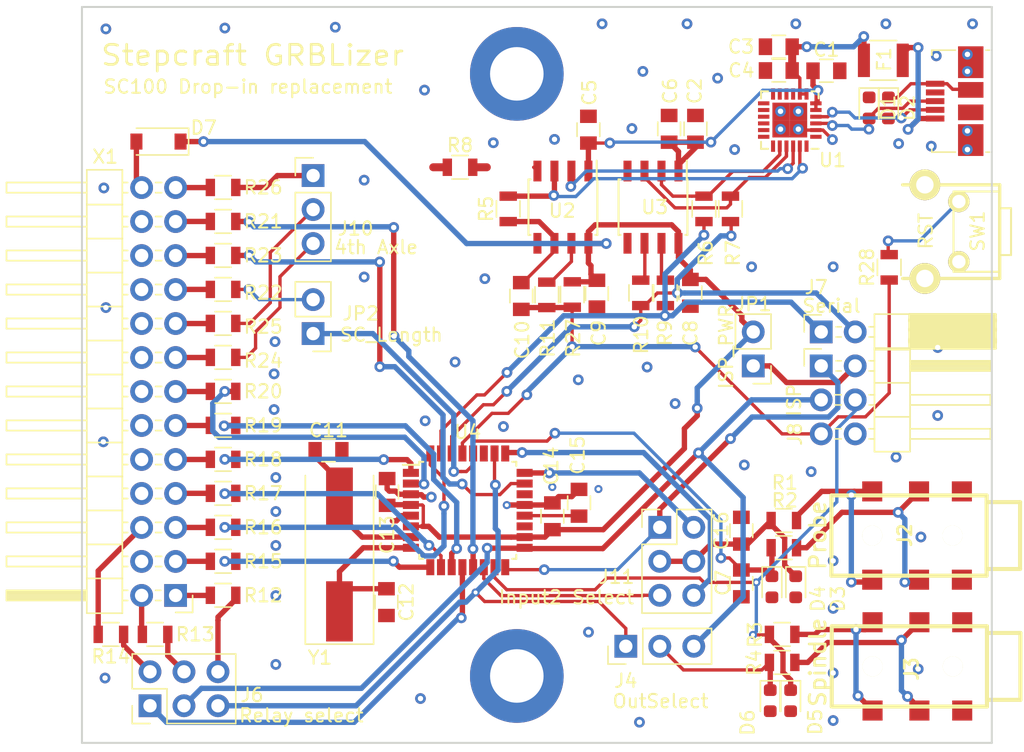
<source format=kicad_pcb>
(kicad_pcb (version 20171130) (host pcbnew "(5.1.12)-1")
  (layers (0 F.Cu signal) (31 B.Cu signal) (34 B.Paste user) (35 F.Paste user) (36 B.SilkS user) (37 F.SilkS user) (38 B.Mask user) (39 F.Mask user) (44 Edge.Cuts user))
  (net 0 "")
  (net 1 "Net-(J1-Pad4)")
  (net 2 /SC_STEP_Z)
  (net 3 /SC_STEP_Y)
  (net 4 /SC_STEP_X)
  (net 5 /SC_DIR_X)
  (net 6 /SC_RELAY1)
  (net 7 "Net-(J3-Pad2)")
  (net 8 "Net-(F1-Pad2)")
  (net 9 GND)
  (net 10 /SC_VCC_5V)
  (net 11 /SC_REF_4)
  (net 12 /SC_REF_XYZ)
  (net 13 /SC_STOP)
  (net 14 /SC_LENGTH)
  (net 15 /SC_STEP_4)
  (net 16 /SC_DIR_4)
  (net 17 /SC_DIR_Z)
  (net 18 /SC_DIR_Y)
  (net 19 /SC_RELAY3)
  (net 20 /SC_RELAY2)
  (net 21 +5V)
  (net 22 /AVR_TX)
  (net 23 /AVR_RX)
  (net 24 "Net-(R6-Pad2)")
  (net 25 /AVR_RST)
  (net 26 "Net-(C3-Pad1)")
  (net 27 /AVR_XTAL2)
  (net 28 /AVR_XTAL1)
  (net 29 GNDD)
  (net 30 "Net-(R7-Pad2)")
  (net 31 "Net-(D2-Pad2)")
  (net 32 "Net-(R10-Pad2)")
  (net 33 /SpinDir/Cool)
  (net 34 /A5)
  (net 35 "Net-(J8-Pad2)")
  (net 36 /D3)
  (net 37 /D6)
  (net 38 /D5)
  (net 39 /D2)
  (net 40 /D7)
  (net 41 /D4)
  (net 42 /A1)
  (net 43 /A2)
  (net 44 /A3)
  (net 45 /D11_MOSI)
  (net 46 /D13_SCK)
  (net 47 /D12_MISO)
  (net 48 /D8)
  (net 49 /A4)
  (net 50 /A0)
  (net 51 /D10)
  (net 52 /D9)
  (net 53 "Net-(D1-Pad2)")
  (net 54 "Net-(R28-Pad2)")
  (net 55 "Net-(J9-Pad17)")
  (net 56 "Net-(J9-Pad15)")
  (net 57 "Net-(R5-Pad2)")
  (net 58 "Net-(C10-Pad2)")
  (net 59 "Net-(J6-Pad6)")
  (net 60 "Net-(J6-Pad2)")
  (net 61 "Net-(J6-Pad4)")
  (net 62 "Net-(R9-Pad2)")
  (net 63 "Net-(R11-Pad1)")
  (net 64 "Net-(U4-Pad22)")
  (net 65 "Net-(C15-Pad1)")
  (net 66 "Net-(U4-Pad19)")
  (net 67 "Net-(U1-Pad24)")
  (net 68 "Net-(U1-Pad22)")
  (net 69 "Net-(U1-Pad19)")
  (net 70 "Net-(U1-Pad18)")
  (net 71 "Net-(U1-Pad17)")
  (net 72 "Net-(U1-Pad16)")
  (net 73 "Net-(U1-Pad15)")
  (net 74 "Net-(U1-Pad14)")
  (net 75 "Net-(U1-Pad13)")
  (net 76 "Net-(U1-Pad12)")
  (net 77 "Net-(U1-Pad11)")
  (net 78 "Net-(U1-Pad10)")
  (net 79 "Net-(U1-Pad9)")
  (net 80 "Net-(U1-Pad1)")
  (net 81 /Input2)
  (net 82 "Net-(J10-Pad1)")
  (net 83 "Net-(J10-Pad2)")
  (net 84 "Net-(JP2-Pad2)")
  (net 85 "Net-(J10-Pad3)")
  (net 86 "Net-(J2-Pad1)")
  (net 87 "Net-(J2-Pad2)")
  (net 88 "Net-(J3-Pad1)")
  (net 89 +5VP)
  (module iotta_footprints:USB_Micro-B_2_Holes (layer F.Cu) (at 205.225 92.0585 90)
    (fp_text reference J1 hide)
    (fp_text value USB)
    (pad 1 smd rect (at -1.3 -1.46 90) (size 0.45 1.38) (layers F.Cu F.Paste F.Mask) (net 8 "Net-(F1-Pad2)"))
    (pad 2 smd rect (at -0.65 -1.46 90) (size 0.45 1.38) (layers F.Cu F.Paste F.Mask) (net 31 "Net-(D2-Pad2)"))
    (pad 3 smd rect (at 0 -1.46 90) (size 0.45 1.38) (layers F.Cu F.Paste F.Mask) (net 53 "Net-(D1-Pad2)"))
    (pad 4 smd rect (at 0.65 -1.46 90) (size 0.45 1.38) (layers F.Cu F.Paste F.Mask) (net 1 "Net-(J1-Pad4)"))
    (pad 5 smd rect (at 1.3 -1.46 90) (size 0.45 1.38) (layers F.Cu F.Paste F.Mask) (net 9 GND))
    (pad 6 smd rect (at -2.91 1.2 90) (size 2.375 1.9) (layers F.Cu F.Paste F.Mask) (net 9 GND))
    (pad 6 smd rect (at 2.91 1.2 90) (size 2.375 1.9) (layers F.Cu F.Paste F.Mask) (net 9 GND))
    (pad 6 smd rect (at -0.84 1.2 90) (size 1.175 1.9) (layers F.Cu F.Paste F.Mask) (net 9 GND))
    (pad 6 smd rect (at 0.84 1.2 90) (size 1.175 1.9) (layers F.Cu F.Paste F.Mask) (net 9 GND))
    (pad "" np_thru_hole circle (at -2 -0.95 90) (size 0.55 0.55) (drill 0.55) (layers *.Cu *.Mask))
    (pad "" np_thru_hole circle (at 2 -0.95 90) (size 0.55 0.55) (drill 0.55) (layers *.Cu *.Mask))
  )
  (module w_conn_av:jack_3.5_pj313d-smt (layer F.Cu) (at 201.837 134.3035 90)
    (fp_text reference J3 (at -0.1965 0.163 90) (layer F.SilkS) (effects (font (size 0.99822 0.99822) (thickness 0.19812))))
    (fp_text value Spindle (at 0.3035 -6.837 90) (layer F.SilkS) (effects (font (size 1.2 1.2) (thickness 0.19812))))
    (pad "" np_thru_hole circle (at 0 3.25 90) (size 1.5 1.5) (drill 1.5) (layers *.Cu *.Mask F.SilkS))
    (pad "" np_thru_hole circle (at 0 -2.75 90) (size 1.5 1.5) (drill 1.5) (layers *.Cu *.Mask F.SilkS))
    (pad 3 smd rect (at -3.3 3.95 90) (size 1.5 1.5) (layers F.Cu F.Paste F.Mask) (net 29 GNDD))
    (pad 2 smd rect (at -3.3 -2.75 90) (size 1.5 1.5) (layers F.Cu F.Paste F.Mask) (net 7 "Net-(J3-Pad2)"))
    (pad 1 smd rect (at -3.3 0.75 90) (size 1.5 1.5) (layers F.Cu F.Paste F.Mask) (net 88 "Net-(J3-Pad1)"))
    (pad 3 smd rect (at 3.3 3.95 90) (size 1.5 1.5) (layers F.Cu F.Paste F.Mask) (net 29 GNDD))
    (pad 1 smd rect (at 3.3 0.75 90) (size 1.5 1.5) (layers F.Cu F.Paste F.Mask) (net 88 "Net-(J3-Pad1)"))
    (pad 2 smd rect (at 3.3 -2.75 90) (size 1.5 1.5) (layers F.Cu F.Paste F.Mask) (net 7 "Net-(J3-Pad2)"))
  )
  (module w_conn_av:jack_3.5_pj313d-smt (layer F.Cu) (at 201.812 124.5245 90)
    (fp_text reference J2 (at 0.0245 -0.312 90) (layer F.SilkS) (effects (font (size 0.99822 0.99822) (thickness 0.19812))))
    (fp_text value Probe (at 0.0245 -6.812 90) (layer F.SilkS) (effects (font (size 1.2 1.2) (thickness 0.19812))))
    (pad 2 smd rect (at 3.3 -2.75 90) (size 1.5 1.5) (layers F.Cu F.Paste F.Mask) (net 87 "Net-(J2-Pad2)"))
    (pad 1 smd rect (at 3.3 0.75 90) (size 1.5 1.5) (layers F.Cu F.Paste F.Mask) (net 86 "Net-(J2-Pad1)"))
    (pad 3 smd rect (at 3.3 3.95 90) (size 1.5 1.5) (layers F.Cu F.Paste F.Mask) (net 29 GNDD))
    (pad 1 smd rect (at -3.3 0.75 90) (size 1.5 1.5) (layers F.Cu F.Paste F.Mask) (net 86 "Net-(J2-Pad1)"))
    (pad 2 smd rect (at -3.3 -2.75 90) (size 1.5 1.5) (layers F.Cu F.Paste F.Mask) (net 87 "Net-(J2-Pad2)"))
    (pad 3 smd rect (at -3.3 3.95 90) (size 1.5 1.5) (layers F.Cu F.Paste F.Mask) (net 29 GNDD))
    (pad "" np_thru_hole circle (at 0 -2.75 90) (size 1.5 1.5) (drill 1.5) (layers *.Cu *.Mask F.SilkS))
    (pad "" np_thru_hole circle (at 0 3.25 90) (size 1.5 1.5) (drill 1.5) (layers *.Cu *.Mask F.SilkS))
  )
  (module Diode_SMD:D_0603_1608Metric (layer F.Cu) (at 191.44 136.864 270)
    (fp_text reference D6 (at 1.636 1.69 90) (layer F.SilkS))
    (fp_text value "TVS Diode")
    (pad 2 smd roundrect (at 0.7875 0 270) (size 0.875 0.95) (layers F.Cu F.Paste F.Mask) (net 29 GNDD))
    (pad 1 smd roundrect (at -0.7875 0 270) (size 0.875 0.95) (layers F.Cu F.Paste F.Mask) (net 33 /SpinDir/Cool))
  )
  (module Diode_SMD:D_0603_1608Metric (layer F.Cu) (at 192.964 136.864 270)
    (fp_text reference D5 (at 1.586 -1.836 90) (layer F.SilkS))
    (fp_text value "TVS Diode")
    (pad 2 smd roundrect (at 0.7875 0 270) (size 0.875 0.95) (layers F.Cu F.Paste F.Mask) (net 29 GNDD))
    (pad 1 smd roundrect (at -0.7875 0 270) (size 0.875 0.95) (layers F.Cu F.Paste F.Mask) (net 45 /D11_MOSI))
  )
  (module Diode_SMD:D_0603_1608Metric (layer F.Cu) (at 191.567 128.355 270)
    (fp_text reference D4 (at 0.895 -3.433 90) (layer F.SilkS))
    (fp_text value "TVS Diode")
    (pad 2 smd roundrect (at 0.7875 0 270) (size 0.875 0.95) (layers F.Cu F.Paste F.Mask) (net 29 GNDD))
    (pad 1 smd roundrect (at -0.7875 0 270) (size 0.875 0.95) (layers F.Cu F.Paste F.Mask) (net 34 /A5))
  )
  (module Diode_SMD:D_0603_1608Metric (layer F.Cu) (at 193.345 128.355 270)
    (fp_text reference D3 (at 0.895 -3.155 90) (layer F.SilkS))
    (fp_text value "TVS Diode")
    (pad 2 smd roundrect (at 0.7875 0 270) (size 0.875 0.95) (layers F.Cu F.Paste F.Mask) (net 29 GNDD))
    (pad 1 smd roundrect (at -0.7875 0 270) (size 0.875 0.95) (layers F.Cu F.Paste F.Mask) (net 81 /Input2))
  )
  (module Diode_SMD:D_0603_1608Metric (layer F.Cu) (at 200.27194 92.56538 270)
    (fp_text reference D2 (at 0 -1.43 90) (layer F.SilkS))
    (fp_text value "TVS Diode")
    (pad 2 smd roundrect (at 0.7875 0 270) (size 0.875 0.95) (layers F.Cu F.Paste F.Mask) (net 31 "Net-(D2-Pad2)"))
    (pad 1 smd roundrect (at -0.7875 0 270) (size 0.875 0.95) (layers F.Cu F.Paste F.Mask) (net 9 GND))
  )
  (module Diode_SMD:D_0603_1608Metric (layer F.Cu) (at 198.8314 92.56538 270)
    (fp_text reference D1 (at 0 -1.43 90) (layer F.SilkS))
    (fp_text value "TVS Diode")
    (pad 2 smd roundrect (at 0.7875 0 270) (size 0.875 0.95) (layers F.Cu F.Paste F.Mask) (net 53 "Net-(D1-Pad2)"))
    (pad 1 smd roundrect (at -0.7875 0 270) (size 0.875 0.95) (layers F.Cu F.Paste F.Mask) (net 9 GND))
  )
  (module Housings_DFN_QFN:QFN-24-1EP_4x4mm_Pitch0.5mm (layer F.Cu) (at 192.9012 93.4728 180)
    (fp_text reference U1 (at -3.1868 -2.9964 180) (layer F.SilkS))
    (fp_text value CP2102N-A01-GQFN24)
    (pad 25 smd rect (at -0.65 -0.65 180) (size 1.3 1.3) (layers F.Cu F.Paste F.Mask) (net 9 GND))
    (pad 25 smd rect (at -0.65 0.65 180) (size 1.3 1.3) (layers F.Cu F.Paste F.Mask) (net 9 GND))
    (pad 25 smd rect (at 0.65 -0.65 180) (size 1.3 1.3) (layers F.Cu F.Paste F.Mask) (net 9 GND))
    (pad 25 smd rect (at 0.65 0.65 180) (size 1.3 1.3) (layers F.Cu F.Paste F.Mask) (net 9 GND))
    (pad 24 smd rect (at -1.25 -1.95 270) (size 0.85 0.3) (layers F.Cu F.Paste F.Mask) (net 67 "Net-(U1-Pad24)"))
    (pad 23 smd rect (at -0.75 -1.95 270) (size 0.85 0.3) (layers F.Cu F.Paste F.Mask) (net 57 "Net-(R5-Pad2)"))
    (pad 22 smd rect (at -0.25 -1.95 270) (size 0.85 0.3) (layers F.Cu F.Paste F.Mask) (net 68 "Net-(U1-Pad22)"))
    (pad 21 smd rect (at 0.25 -1.95 270) (size 0.85 0.3) (layers F.Cu F.Paste F.Mask) (net 30 "Net-(R7-Pad2)"))
    (pad 20 smd rect (at 0.75 -1.95 270) (size 0.85 0.3) (layers F.Cu F.Paste F.Mask) (net 24 "Net-(R6-Pad2)"))
    (pad 19 smd rect (at 1.25 -1.95 270) (size 0.85 0.3) (layers F.Cu F.Paste F.Mask) (net 69 "Net-(U1-Pad19)"))
    (pad 18 smd rect (at 1.95 -1.25 180) (size 0.85 0.3) (layers F.Cu F.Paste F.Mask) (net 70 "Net-(U1-Pad18)"))
    (pad 17 smd rect (at 1.95 -0.75 180) (size 0.85 0.3) (layers F.Cu F.Paste F.Mask) (net 71 "Net-(U1-Pad17)"))
    (pad 16 smd rect (at 1.95 -0.25 180) (size 0.85 0.3) (layers F.Cu F.Paste F.Mask) (net 72 "Net-(U1-Pad16)"))
    (pad 15 smd rect (at 1.95 0.25 180) (size 0.85 0.3) (layers F.Cu F.Paste F.Mask) (net 73 "Net-(U1-Pad15)"))
    (pad 14 smd rect (at 1.95 0.75 180) (size 0.85 0.3) (layers F.Cu F.Paste F.Mask) (net 74 "Net-(U1-Pad14)"))
    (pad 13 smd rect (at 1.95 1.25 180) (size 0.85 0.3) (layers F.Cu F.Paste F.Mask) (net 75 "Net-(U1-Pad13)"))
    (pad 12 smd rect (at 1.25 1.95 270) (size 0.85 0.3) (layers F.Cu F.Paste F.Mask) (net 76 "Net-(U1-Pad12)"))
    (pad 11 smd rect (at 0.75 1.95 270) (size 0.85 0.3) (layers F.Cu F.Paste F.Mask) (net 77 "Net-(U1-Pad11)"))
    (pad 10 smd rect (at 0.25 1.95 270) (size 0.85 0.3) (layers F.Cu F.Paste F.Mask) (net 78 "Net-(U1-Pad10)"))
    (pad 9 smd rect (at -0.25 1.95 270) (size 0.85 0.3) (layers F.Cu F.Paste F.Mask) (net 79 "Net-(U1-Pad9)"))
    (pad 8 smd rect (at -0.75 1.95 270) (size 0.85 0.3) (layers F.Cu F.Paste F.Mask) (net 26 "Net-(C3-Pad1)"))
    (pad 7 smd rect (at -1.25 1.95 270) (size 0.85 0.3) (layers F.Cu F.Paste F.Mask) (net 26 "Net-(C3-Pad1)"))
    (pad 6 smd rect (at -1.95 1.25 180) (size 0.85 0.3) (layers F.Cu F.Paste F.Mask) (net 89 +5VP))
    (pad 5 smd rect (at -1.95 0.75 180) (size 0.85 0.3) (layers F.Cu F.Paste F.Mask) (net 89 +5VP))
    (pad 4 smd rect (at -1.95 0.25 180) (size 0.85 0.3) (layers F.Cu F.Paste F.Mask) (net 31 "Net-(D2-Pad2)"))
    (pad 3 smd rect (at -1.95 -0.25 180) (size 0.85 0.3) (layers F.Cu F.Paste F.Mask) (net 53 "Net-(D1-Pad2)"))
    (pad 2 smd rect (at -1.95 -0.75 180) (size 0.85 0.3) (layers F.Cu F.Paste F.Mask) (net 9 GND))
    (pad 1 smd rect (at -1.95 -1.25 180) (size 0.85 0.3) (layers F.Cu F.Paste F.Mask) (net 80 "Net-(U1-Pad1)"))
  )
  (module iotta_footprints:Stepcraft_SC100_Controller_Board (layer F.Cu) (at 208 85.02 180)
    (fp_text reference J9 hide)
    (fp_text value X1 (at 66.26236 -11.19028 180) (layer F.SilkS))
    (fp_line (start 68 0) (end 0 0) (layer Edge.Cuts) (width 0.15))
    (fp_line (start 68 -55) (end 68 0) (layer Edge.Cuts) (width 0.15))
    (fp_line (start 0 -55) (end 68 -55) (layer Edge.Cuts) (width 0.15))
    (fp_line (start 0 0) (end 0 -55) (layer Edge.Cuts) (width 0.15))
    (pad 26 thru_hole oval (at 63.54 -13.5 180) (size 1.7 1.7) (drill 1) (layers *.Cu *.Mask) (net 10 /SC_VCC_5V))
    (pad 13 thru_hole oval (at 61 -13.5 180) (size 1.7 1.7) (drill 1) (layers *.Cu *.Mask) (net 11 /SC_REF_4))
    (pad 25 thru_hole oval (at 63.54 -16.04 180) (size 1.7 1.7) (drill 1) (layers *.Cu *.Mask) (net 29 GNDD))
    (pad 12 thru_hole oval (at 61 -16.04 180) (size 1.7 1.7) (drill 1) (layers *.Cu *.Mask) (net 12 /SC_REF_XYZ))
    (pad 24 thru_hole oval (at 63.54 -18.58 180) (size 1.7 1.7) (drill 1) (layers *.Cu *.Mask) (net 29 GNDD))
    (pad 11 thru_hole oval (at 61 -18.58 180) (size 1.7 1.7) (drill 1) (layers *.Cu *.Mask) (net 13 /SC_STOP))
    (pad 23 thru_hole oval (at 63.54 -21.12 180) (size 1.7 1.7) (drill 1) (layers *.Cu *.Mask) (net 29 GNDD))
    (pad 10 thru_hole oval (at 61 -21.12 180) (size 1.7 1.7) (drill 1) (layers *.Cu *.Mask) (net 14 /SC_LENGTH))
    (pad 22 thru_hole oval (at 63.54 -23.66 180) (size 1.7 1.7) (drill 1) (layers *.Cu *.Mask) (net 29 GNDD))
    (pad 9 thru_hole oval (at 61 -23.66 180) (size 1.7 1.7) (drill 1) (layers *.Cu *.Mask) (net 15 /SC_STEP_4))
    (pad 21 thru_hole oval (at 63.54 -26.2 180) (size 1.7 1.7) (drill 1) (layers *.Cu *.Mask) (net 29 GNDD))
    (pad 8 thru_hole oval (at 61 -26.2 180) (size 1.7 1.7) (drill 1) (layers *.Cu *.Mask) (net 16 /SC_DIR_4))
    (pad 20 thru_hole oval (at 63.54 -28.74 180) (size 1.7 1.7) (drill 1) (layers *.Cu *.Mask) (net 29 GNDD))
    (pad 7 thru_hole oval (at 61 -28.74 180) (size 1.7 1.7) (drill 1) (layers *.Cu *.Mask) (net 2 /SC_STEP_Z))
    (pad 19 thru_hole oval (at 63.54 -31.28 180) (size 1.7 1.7) (drill 1) (layers *.Cu *.Mask) (net 29 GNDD))
    (pad 6 thru_hole oval (at 61 -31.28 180) (size 1.7 1.7) (drill 1) (layers *.Cu *.Mask) (net 17 /SC_DIR_Z))
    (pad 18 thru_hole oval (at 63.54 -33.82 180) (size 1.7 1.7) (drill 1) (layers *.Cu *.Mask) (net 29 GNDD))
    (pad 5 thru_hole oval (at 61 -33.82 180) (size 1.7 1.7) (drill 1) (layers *.Cu *.Mask) (net 3 /SC_STEP_Y))
    (pad 17 thru_hole oval (at 63.54 -36.36 180) (size 1.7 1.7) (drill 1) (layers *.Cu *.Mask) (net 55 "Net-(J9-Pad17)"))
    (pad 4 thru_hole oval (at 61 -36.36 180) (size 1.7 1.7) (drill 1) (layers *.Cu *.Mask) (net 18 /SC_DIR_Y))
    (pad 16 thru_hole oval (at 63.54 -38.9 180) (size 1.7 1.7) (drill 1) (layers *.Cu *.Mask) (net 19 /SC_RELAY3))
    (pad 3 thru_hole oval (at 61 -38.9 180) (size 1.7 1.7) (drill 1) (layers *.Cu *.Mask) (net 4 /SC_STEP_X))
    (pad 15 thru_hole oval (at 63.54 -41.44 180) (size 1.7 1.7) (drill 1) (layers *.Cu *.Mask) (net 56 "Net-(J9-Pad15)"))
    (pad 2 thru_hole oval (at 61 -41.44 180) (size 1.7 1.7) (drill 1) (layers *.Cu *.Mask) (net 5 /SC_DIR_X))
    (pad 14 thru_hole oval (at 63.54 -43.98 180) (size 1.7 1.7) (drill 1) (layers *.Cu *.Mask) (net 20 /SC_RELAY2))
    (pad 1 thru_hole rect (at 61 -43.98 180) (size 1.7 1.7) (drill 1) (layers *.Cu *.Mask) (net 6 /SC_RELAY1))
    (pad "" np_thru_hole circle (at 35.5 -50 180) (size 7 7) (drill 4) (layers *.Cu *.Mask) (clearance 1))
    (pad "" np_thru_hole circle (at 35.5 -5 180) (size 7 7) (drill 4) (layers *.Cu *.Mask) (clearance 1))
  )
  (module Capacitors_SMD:C_0805 (layer F.Cu) (at 189.281 124.164 90)
    (fp_text reference C16 (at 0 -1.5 90) (layer F.SilkS))
    (fp_text value 10n)
    (pad 2 smd rect (at 1 0 90) (size 1 1.25) (layers F.Cu F.Paste F.Mask) (net 29 GNDD))
    (pad 1 smd rect (at -1 0 90) (size 1 1.25) (layers F.Cu F.Paste F.Mask) (net 81 /Input2))
  )
  (module Pin_Headers:Pin_Header_Straight_1x02_Pitch2.54mm (layer F.Cu) (at 157.277 109.432 180)
    (fp_text reference JP2 (at -3.56144 1.49962 180) (layer F.SilkS))
    (fp_text value SC_Length (at -5.84744 -0.08788 180) (layer F.SilkS))
    (pad 2 thru_hole oval (at 0 2.54 180) (size 1.7 1.7) (drill 1) (layers *.Cu *.Mask) (net 84 "Net-(JP2-Pad2)"))
    (pad 1 thru_hole rect (at 0 0 180) (size 1.7 1.7) (drill 1) (layers *.Cu *.Mask) (net 34 /A5))
  )
  (module Pin_Headers:Pin_Header_Straight_1x03_Pitch2.54mm (layer F.Cu) (at 157.277 97.621)
    (fp_text reference J10 (at 3.18044 3.96138) (layer F.SilkS))
    (fp_text value "4th Axle" (at 4.70444 5.35838) (layer F.SilkS))
    (pad 3 thru_hole oval (at 0 5.08) (size 1.7 1.7) (drill 1) (layers *.Cu *.Mask) (net 85 "Net-(J10-Pad3)"))
    (pad 2 thru_hole oval (at 0 2.54) (size 1.7 1.7) (drill 1) (layers *.Cu *.Mask) (net 83 "Net-(J10-Pad2)"))
    (pad 1 thru_hole rect (at 0 0) (size 1.7 1.7) (drill 1) (layers *.Cu *.Mask) (net 82 "Net-(J10-Pad1)"))
  )
  (module Pin_Headers:Pin_Header_Straight_2x03_Pitch2.54mm (layer F.Cu) (at 183.185 123.91)
    (fp_text reference J11 (at -3.23306 3.70738) (layer F.SilkS))
    (fp_text value "Input2 Select" (at -6.97956 5.23138) (layer F.SilkS))
    (pad 6 thru_hole oval (at 2.54 5.08) (size 1.7 1.7) (drill 1) (layers *.Cu *.Mask) (net 43 /A2))
    (pad 5 thru_hole oval (at 0 5.08) (size 1.7 1.7) (drill 1) (layers *.Cu *.Mask) (net 51 /D10))
    (pad 4 thru_hole oval (at 2.54 2.54) (size 1.7 1.7) (drill 1) (layers *.Cu *.Mask) (net 81 /Input2))
    (pad 3 thru_hole oval (at 0 2.54) (size 1.7 1.7) (drill 1) (layers *.Cu *.Mask) (net 81 /Input2))
    (pad 2 thru_hole oval (at 2.54 0) (size 1.7 1.7) (drill 1) (layers *.Cu *.Mask) (net 42 /A1))
    (pad 1 thru_hole rect (at 0 0) (size 1.7 1.7) (drill 1) (layers *.Cu *.Mask) (net 47 /D12_MISO))
  )
  (module Pin_Headers:Pin_Header_Straight_2x03_Pitch2.54mm (layer F.Cu) (at 145.085 137.245 90)
    (fp_text reference J6 (at 0.80112 7.62544 180) (layer F.SilkS))
    (fp_text value "Relay select" (at -0.72288 11.30844 180) (layer F.SilkS))
    (pad 6 thru_hole oval (at 2.54 5.08 90) (size 1.7 1.7) (drill 1) (layers *.Cu *.Mask) (net 59 "Net-(J6-Pad6)"))
    (pad 5 thru_hole oval (at 0 5.08 90) (size 1.7 1.7) (drill 1) (layers *.Cu *.Mask) (net 44 /A3))
    (pad 4 thru_hole oval (at 2.54 2.54 90) (size 1.7 1.7) (drill 1) (layers *.Cu *.Mask) (net 61 "Net-(J6-Pad4)"))
    (pad 3 thru_hole oval (at 0 2.54 90) (size 1.7 1.7) (drill 1) (layers *.Cu *.Mask) (net 46 /D13_SCK))
    (pad 2 thru_hole oval (at 2.54 0 90) (size 1.7 1.7) (drill 1) (layers *.Cu *.Mask) (net 60 "Net-(J6-Pad2)"))
    (pad 1 thru_hole rect (at 0 0 90) (size 1.7 1.7) (drill 1) (layers *.Cu *.Mask) (net 48 /D8))
  )
  (module Capacitors_SMD:C_0805 (layer F.Cu) (at 189.281 128.101 270)
    (fp_text reference C7 (at -0.03912 1.39156 270) (layer F.SilkS))
    (fp_text value 10n)
    (pad 1 smd rect (at -1 0 270) (size 1 1.25) (layers F.Cu F.Paste F.Mask) (net 34 /A5))
    (pad 2 smd rect (at 1 0 270) (size 1 1.25) (layers F.Cu F.Paste F.Mask) (net 29 GNDD))
  )
  (module Capacitors_SMD:C_0805 (layer F.Cu) (at 177.15 122.075 90)
    (fp_text reference C15 (at 3.55 -0.1 90) (layer F.SilkS))
    (fp_text value 100n)
    (pad 2 smd rect (at 1 0 90) (size 1 1.25) (layers F.Cu F.Paste F.Mask) (net 29 GNDD))
    (pad 1 smd rect (at -1 0 90) (size 1 1.25) (layers F.Cu F.Paste F.Mask) (net 65 "Net-(C15-Pad1)"))
  )
  (module Pin_Headers:Pin_Header_Straight_1x03_Pitch2.54mm (layer F.Cu) (at 180.645001 132.8 90)
    (fp_text reference J4 (at -2.582 -0.000201 180) (layer F.SilkS))
    (fp_text value OutSelect (at -4.106 2.590599 180) (layer F.SilkS))
    (pad 1 thru_hole rect (at 0 0 90) (size 1.7 1.7) (drill 1) (layers *.Cu *.Mask) (net 44 /A3))
    (pad 2 thru_hole oval (at 0 2.54 90) (size 1.7 1.7) (drill 1) (layers *.Cu *.Mask) (net 33 /SpinDir/Cool))
    (pad 3 thru_hole oval (at 0 5.08 90) (size 1.7 1.7) (drill 1) (layers *.Cu *.Mask) (net 46 /D13_SCK))
  )
  (module Resistors_SMD:R_0805 (layer F.Cu) (at 150.546 106.13 180)
    (fp_text reference R22 (at -3 -0.25 180) (layer F.SilkS))
    (fp_text value 100)
    (pad 1 smd rect (at -0.95 0 180) (size 0.7 1.3) (layers F.Cu F.Paste F.Mask) (net 84 "Net-(JP2-Pad2)"))
    (pad 2 smd rect (at 0.95 0 180) (size 0.7 1.3) (layers F.Cu F.Paste F.Mask) (net 14 /SC_LENGTH))
  )
  (module Resistors_SMD:R_0805 (layer F.Cu) (at 150.546 113.75 180)
    (fp_text reference R20 (at -3 0 180) (layer F.SilkS))
    (fp_text value 100)
    (pad 2 smd rect (at 0.95 0 180) (size 0.7 1.3) (layers F.Cu F.Paste F.Mask) (net 2 /SC_STEP_Z))
    (pad 1 smd rect (at -0.95 0 180) (size 0.7 1.3) (layers F.Cu F.Paste F.Mask) (net 41 /D4))
  )
  (module Resistors_SMD:R_0805 (layer F.Cu) (at 150.546 116.29 180)
    (fp_text reference R19 (at -3 0 180) (layer F.SilkS))
    (fp_text value 100)
    (pad 1 smd rect (at -0.95 0 180) (size 0.7 1.3) (layers F.Cu F.Paste F.Mask) (net 40 /D7))
    (pad 2 smd rect (at 0.95 0 180) (size 0.7 1.3) (layers F.Cu F.Paste F.Mask) (net 17 /SC_DIR_Z))
  )
  (module Resistors_SMD:R_0805 (layer F.Cu) (at 145.466 131.911 180)
    (fp_text reference R13 (at -3 0 180) (layer F.SilkS))
    (fp_text value 100)
    (pad 2 smd rect (at 0.95 0 180) (size 0.7 1.3) (layers F.Cu F.Paste F.Mask) (net 20 /SC_RELAY2))
    (pad 1 smd rect (at -0.95 0 180) (size 0.7 1.3) (layers F.Cu F.Paste F.Mask) (net 61 "Net-(J6-Pad4)"))
  )
  (module Resistors_SMD:R_0805 (layer F.Cu) (at 150.546 126.45 180)
    (fp_text reference R15 (at -3 0 180) (layer F.SilkS))
    (fp_text value 100)
    (pad 2 smd rect (at 0.95 0 180) (size 0.7 1.3) (layers F.Cu F.Paste F.Mask) (net 5 /SC_DIR_X))
    (pad 1 smd rect (at -0.95 0 180) (size 0.7 1.3) (layers F.Cu F.Paste F.Mask) (net 38 /D5))
  )
  (module Resistors_SMD:R_0805 (layer F.Cu) (at 150.546 123.91 180)
    (fp_text reference R16 (at -3 0 180) (layer F.SilkS))
    (fp_text value 100)
    (pad 1 smd rect (at -0.95 0 180) (size 0.7 1.3) (layers F.Cu F.Paste F.Mask) (net 39 /D2))
    (pad 2 smd rect (at 0.95 0 180) (size 0.7 1.3) (layers F.Cu F.Paste F.Mask) (net 4 /SC_STEP_X))
  )
  (module Resistors_SMD:R_0805 (layer F.Cu) (at 150.546 101.05 180)
    (fp_text reference R21 (at -3 0 180) (layer F.SilkS))
    (fp_text value 100)
    (pad 1 smd rect (at -0.95 0 180) (size 0.7 1.3) (layers F.Cu F.Paste F.Mask) (net 52 /D9))
    (pad 2 smd rect (at 0.95 0 180) (size 0.7 1.3) (layers F.Cu F.Paste F.Mask) (net 12 /SC_REF_XYZ))
  )
  (module Resistors_SMD:R_0805 (layer F.Cu) (at 150.546 103.59 180)
    (fp_text reference R23 (at -3 0 180) (layer F.SilkS))
    (fp_text value 100)
    (pad 2 smd rect (at 0.95 0 180) (size 0.7 1.3) (layers F.Cu F.Paste F.Mask) (net 13 /SC_STOP))
    (pad 1 smd rect (at -0.95 0 180) (size 0.7 1.3) (layers F.Cu F.Paste F.Mask) (net 50 /A0))
  )
  (module Resistors_SMD:R_0805 (layer F.Cu) (at 150.546 111.21 180)
    (fp_text reference R24 (at -3 -0.25 180) (layer F.SilkS))
    (fp_text value 100)
    (pad 1 smd rect (at -0.95 0 180) (size 0.7 1.3) (layers F.Cu F.Paste F.Mask) (net 85 "Net-(J10-Pad3)"))
    (pad 2 smd rect (at 0.95 0 180) (size 0.7 1.3) (layers F.Cu F.Paste F.Mask) (net 16 /SC_DIR_4))
  )
  (module Resistors_SMD:R_0805 (layer F.Cu) (at 150.546 108.67 180)
    (fp_text reference R25 (at -3 -0.25 180) (layer F.SilkS))
    (fp_text value 100)
    (pad 2 smd rect (at 0.95 0 180) (size 0.7 1.3) (layers F.Cu F.Paste F.Mask) (net 15 /SC_STEP_4))
    (pad 1 smd rect (at -0.95 0 180) (size 0.7 1.3) (layers F.Cu F.Paste F.Mask) (net 83 "Net-(J10-Pad2)"))
  )
  (module Resistors_SMD:R_0805 (layer F.Cu) (at 150.546 98.51 180)
    (fp_text reference R26 (at -3 0 180) (layer F.SilkS))
    (fp_text value 100)
    (pad 1 smd rect (at -0.95 0 180) (size 0.7 1.3) (layers F.Cu F.Paste F.Mask) (net 82 "Net-(J10-Pad1)"))
    (pad 2 smd rect (at 0.95 0 180) (size 0.7 1.3) (layers F.Cu F.Paste F.Mask) (net 11 /SC_REF_4))
  )
  (module Resistors_SMD:R_0805 (layer F.Cu) (at 142.164 131.911 180)
    (fp_text reference R14 (at 0 -1.65 180) (layer F.SilkS))
    (fp_text value 100)
    (pad 1 smd rect (at -0.95 0 180) (size 0.7 1.3) (layers F.Cu F.Paste F.Mask) (net 60 "Net-(J6-Pad2)"))
    (pad 2 smd rect (at 0.95 0 180) (size 0.7 1.3) (layers F.Cu F.Paste F.Mask) (net 19 /SC_RELAY3))
  )
  (module Resistors_SMD:R_0805 (layer F.Cu) (at 150.546 121.37 180)
    (fp_text reference R17 (at -3 0 180) (layer F.SilkS))
    (fp_text value 100)
    (pad 2 smd rect (at 0.95 0 180) (size 0.7 1.3) (layers F.Cu F.Paste F.Mask) (net 18 /SC_DIR_Y))
    (pad 1 smd rect (at -0.95 0 180) (size 0.7 1.3) (layers F.Cu F.Paste F.Mask) (net 37 /D6))
  )
  (module Resistors_SMD:R_0805 (layer F.Cu) (at 150.546 118.83 180)
    (fp_text reference R18 (at -3 0 180) (layer F.SilkS))
    (fp_text value 100)
    (pad 1 smd rect (at -0.95 0 180) (size 0.7 1.3) (layers F.Cu F.Paste F.Mask) (net 36 /D3))
    (pad 2 smd rect (at 0.95 0 180) (size 0.7 1.3) (layers F.Cu F.Paste F.Mask) (net 3 /SC_STEP_Y))
  )
  (module Resistors_SMD:R_0805 (layer F.Cu) (at 150.546 128.99 180)
    (fp_text reference R12 (at -3 0 180) (layer F.SilkS))
    (fp_text value 100)
    (pad 2 smd rect (at 0.95 0 180) (size 0.7 1.3) (layers F.Cu F.Paste F.Mask) (net 6 /SC_RELAY1))
    (pad 1 smd rect (at -0.95 0 180) (size 0.7 1.3) (layers F.Cu F.Paste F.Mask) (net 59 "Net-(J6-Pad6)"))
  )
  (module Pin_Headers:Pin_Header_Angled_2x01_Pitch2.54mm (layer F.Cu) (at 195.25 109.305)
    (fp_text reference J7 (at -0.37556 -3.34112) (layer F.SilkS))
    (fp_text value Serial (at 0.76744 -1.94412) (layer F.SilkS))
    (pad 1 thru_hole rect (at 0 0) (size 1.7 1.7) (drill 1) (layers *.Cu *.Mask) (net 22 /AVR_TX))
    (pad 2 thru_hole oval (at 2.54 0) (size 1.7 1.7) (drill 1) (layers *.Cu *.Mask) (net 23 /AVR_RX))
  )
  (module Resistors_SMD:R_0805 (layer F.Cu) (at 192.329 134.0065 180)
    (fp_text reference R4 (at 2.09006 -0.02438 270) (layer F.SilkS))
    (fp_text value 100)
    (pad 2 smd rect (at 0.95 0 180) (size 0.7 1.3) (layers F.Cu F.Paste F.Mask) (net 33 /SpinDir/Cool))
    (pad 1 smd rect (at -0.95 0 180) (size 0.7 1.3) (layers F.Cu F.Paste F.Mask) (net 88 "Net-(J3-Pad1)"))
  )
  (module Resistors_SMD:R_0805 (layer F.Cu) (at 192.329 131.911 180)
    (fp_text reference R3 (at 2.02656 -0.02438 90) (layer F.SilkS))
    (fp_text value 100)
    (pad 1 smd rect (at -0.95 0 180) (size 0.7 1.3) (layers F.Cu F.Paste F.Mask) (net 7 "Net-(J3-Pad2)"))
    (pad 2 smd rect (at 0.95 0 180) (size 0.7 1.3) (layers F.Cu F.Paste F.Mask) (net 45 /D11_MOSI))
  )
  (module Resistors_SMD:R_0805 (layer F.Cu) (at 192.456 125.434 180)
    (fp_text reference R2 (at -0.06894 3.53162 180) (layer F.SilkS))
    (fp_text value 100)
    (pad 2 smd rect (at 0.95 0 180) (size 0.7 1.3) (layers F.Cu F.Paste F.Mask) (net 34 /A5))
    (pad 1 smd rect (at -0.95 0 180) (size 0.7 1.3) (layers F.Cu F.Paste F.Mask) (net 86 "Net-(J2-Pad1)"))
  )
  (module Resistors_SMD:R_0805 (layer F.Cu) (at 192.456 123.402 180)
    (fp_text reference R1 (at -0.06894 2.83312 180) (layer F.SilkS))
    (fp_text value 100)
    (pad 1 smd rect (at -0.95 0 180) (size 0.7 1.3) (layers F.Cu F.Paste F.Mask) (net 87 "Net-(J2-Pad2)"))
    (pad 2 smd rect (at 0.95 0 180) (size 0.7 1.3) (layers F.Cu F.Paste F.Mask) (net 81 /Input2))
  )
  (module Resistors_SMD:R_0805 (layer F.Cu) (at 174.7395 106.5364 270)
    (fp_text reference R11 (at 3.23748 -0.06894 270) (layer F.SilkS))
    (fp_text value 100)
    (pad 2 smd rect (at 0.95 0 270) (size 0.7 1.3) (layers F.Cu F.Paste F.Mask) (net 25 /AVR_RST))
    (pad 1 smd rect (at -0.95 0 270) (size 0.7 1.3) (layers F.Cu F.Paste F.Mask) (net 63 "Net-(R11-Pad1)"))
  )
  (module Capacitors_SMD:C_0805 (layer F.Cu) (at 185.471 106.384 270)
    (fp_text reference C8 (at 3.00888 -0.00544 270) (layer F.SilkS))
    (fp_text value 100n)
    (pad 1 smd rect (at -1 0 270) (size 1 1.25) (layers F.Cu F.Paste F.Mask) (net 21 +5V))
    (pad 2 smd rect (at 1 0 270) (size 1 1.25) (layers F.Cu F.Paste F.Mask) (net 29 GNDD))
  )
  (module Capacitors_SMD:C_0805 (layer F.Cu) (at 177.851 94.192 90)
    (fp_text reference C5 (at 2.76962 0.06894 90) (layer F.SilkS))
    (fp_text value 100n)
    (pad 2 smd rect (at 1 0 90) (size 1 1.25) (layers F.Cu F.Paste F.Mask) (net 9 GND))
    (pad 1 smd rect (at -1 0 90) (size 1 1.25) (layers F.Cu F.Paste F.Mask) (net 89 +5VP))
  )
  (module Capacitors_SMD:C_0805 (layer F.Cu) (at 178.486 106.4475 270)
    (fp_text reference C9 (at 2.94538 -0.13244 270) (layer F.SilkS))
    (fp_text value 100n)
    (pad 1 smd rect (at -1 0 270) (size 1 1.25) (layers F.Cu F.Paste F.Mask) (net 21 +5V))
    (pad 2 smd rect (at 1 0 270) (size 1 1.25) (layers F.Cu F.Paste F.Mask) (net 29 GNDD))
  )
  (module Capacitors_SMD:C_0805 (layer F.Cu) (at 183.8835 94.1285 90)
    (fp_text reference C6 (at 2.83312 0.06894 90) (layer F.SilkS))
    (fp_text value 100n)
    (pad 2 smd rect (at 1 0 90) (size 1 1.25) (layers F.Cu F.Paste F.Mask) (net 9 GND))
    (pad 1 smd rect (at -1 0 90) (size 1 1.25) (layers F.Cu F.Paste F.Mask) (net 89 +5VP))
  )
  (module Housings_SOIC:SOIC-8_3.9x4.9mm_Pitch1.27mm (layer F.Cu) (at 175.946 99.9832 270)
    (fp_text reference U2 (at 0.26568 0.05806) (layer F.SilkS))
    (fp_text value ADuM1201BR)
    (pad 8 smd rect (at 2.7 -1.905 270) (size 1.55 0.6) (layers F.Cu F.Paste F.Mask) (net 21 +5V))
    (pad 7 smd rect (at 2.7 -0.635 270) (size 1.55 0.6) (layers F.Cu F.Paste F.Mask) (net 63 "Net-(R11-Pad1)"))
    (pad 6 smd rect (at 2.7 0.635 270) (size 1.55 0.6) (layers F.Cu F.Paste F.Mask) (net 58 "Net-(C10-Pad2)"))
    (pad 5 smd rect (at 2.7 1.905 270) (size 1.55 0.6) (layers F.Cu F.Paste F.Mask) (net 29 GNDD))
    (pad 4 smd rect (at -2.7 1.905 270) (size 1.55 0.6) (layers F.Cu F.Paste F.Mask) (net 9 GND))
    (pad 3 smd rect (at -2.7 0.635 270) (size 1.55 0.6) (layers F.Cu F.Paste F.Mask) (net 57 "Net-(R5-Pad2)"))
    (pad 2 smd rect (at -2.7 -0.635 270) (size 1.55 0.6) (layers F.Cu F.Paste F.Mask) (net 68 "Net-(U1-Pad22)"))
    (pad 1 smd rect (at -2.7 -1.905 270) (size 1.55 0.6) (layers F.Cu F.Paste F.Mask) (net 89 +5VP))
  )
  (module Resistors_SMD:R_0805 (layer F.Cu) (at 168.25644 97.00088)
    (fp_text reference R8 (at 0 -1.65) (layer F.SilkS))
    (fp_text value "0 (DNP)")
    (pad 1 smd rect (at -0.95 0) (size 0.7 1.3) (layers F.Cu F.Paste F.Mask) (net 29 GNDD))
    (pad 2 smd rect (at 0.95 0) (size 0.7 1.3) (layers F.Cu F.Paste F.Mask) (net 9 GND))
  )
  (module Resistors_SMD:R_0805 (layer F.Cu) (at 171.8566 100.1102 90)
    (fp_text reference R5 (at 0 -1.65 90) (layer F.SilkS))
    (fp_text value "0 (DNP)")
    (pad 2 smd rect (at 0.95 0 90) (size 0.7 1.3) (layers F.Cu F.Paste F.Mask) (net 57 "Net-(R5-Pad2)"))
    (pad 1 smd rect (at -0.95 0 90) (size 0.7 1.3) (layers F.Cu F.Paste F.Mask) (net 58 "Net-(C10-Pad2)"))
  )
  (module Capacitors_SMD:C_0805 (layer F.Cu) (at 195.63644 89.789)
    (fp_text reference C1 (at -0.00564 -1.5748) (layer F.SilkS))
    (fp_text value 1u)
    (pad 2 smd rect (at 1 0) (size 1 1.25) (layers F.Cu F.Paste F.Mask) (net 9 GND))
    (pad 1 smd rect (at -1 0) (size 1 1.25) (layers F.Cu F.Paste F.Mask) (net 89 +5VP))
  )
  (module Pin_Headers:Pin_Header_Straight_1x02_Pitch2.54mm (layer F.Cu) (at 190.17 111.845 180)
    (fp_text reference JP1 (at -0.00544 4.61112 180) (layer F.SilkS))
    (fp_text value ISP_PWR (at 2.02656 1.43612 270) (layer F.SilkS))
    (pad 2 thru_hole oval (at 0 2.54 180) (size 1.7 1.7) (drill 1) (layers *.Cu *.Mask) (net 21 +5V))
    (pad 1 thru_hole rect (at 0 0 180) (size 1.7 1.7) (drill 1) (layers *.Cu *.Mask) (net 35 "Net-(J8-Pad2)"))
  )
  (module Capacitors_SMD:C_0805 (layer F.Cu) (at 158.42544 118.15588)
    (fp_text reference C11 (at 0 -1.5) (layer F.SilkS))
    (fp_text value 22p)
    (pad 1 smd rect (at -1 0) (size 1 1.25) (layers F.Cu F.Paste F.Mask) (net 28 /AVR_XTAL1))
    (pad 2 smd rect (at 1 0) (size 1 1.25) (layers F.Cu F.Paste F.Mask) (net 29 GNDD))
  )
  (module Capacitors_SMD:C_0805 (layer F.Cu) (at 162.75644 129.50088 270)
    (fp_text reference C12 (at 0 -1.5 270) (layer F.SilkS))
    (fp_text value 22p)
    (pad 2 smd rect (at 1 0 270) (size 1 1.25) (layers F.Cu F.Paste F.Mask) (net 29 GNDD))
    (pad 1 smd rect (at -1 0 270) (size 1 1.25) (layers F.Cu F.Paste F.Mask) (net 27 /AVR_XTAL2))
  )
  (module Crystals:Crystal_SMD_HC49-SD (layer F.Cu) (at 159.2455 125.942 90)
    (fp_text reference Y1 (at -7.70788 -1.45506 180) (layer F.SilkS))
    (fp_text value Crystal)
    (pad 2 smd rect (at 4.25 0 90) (size 4.5 2) (layers F.Cu F.Paste F.Mask) (net 28 /AVR_XTAL1))
    (pad 1 smd rect (at -4.25 0 90) (size 4.5 2) (layers F.Cu F.Paste F.Mask) (net 27 /AVR_XTAL2))
  )
  (module Capacitors_SMD:C_0805 (layer F.Cu) (at 185.852 94.1285 90)
    (fp_text reference C2 (at 2.83312 -0.05806 90) (layer F.SilkS))
    (fp_text value 100n)
    (pad 2 smd rect (at 1 0 90) (size 1 1.25) (layers F.Cu F.Paste F.Mask) (net 9 GND))
    (pad 1 smd rect (at -1 0 90) (size 1 1.25) (layers F.Cu F.Paste F.Mask) (net 89 +5VP))
  )
  (module Capacitors_SMD:C_0805 (layer F.Cu) (at 192.08044 87.99338 180)
    (fp_text reference C3 (at 2.82504 0.00778 180) (layer F.SilkS))
    (fp_text value 100n)
    (pad 1 smd rect (at -1 0 180) (size 1 1.25) (layers F.Cu F.Paste F.Mask) (net 26 "Net-(C3-Pad1)"))
    (pad 2 smd rect (at 1 0 180) (size 1 1.25) (layers F.Cu F.Paste F.Mask) (net 9 GND))
  )
  (module Capacitors_SMD:C_0805 (layer F.Cu) (at 192.08044 89.77138 180)
    (fp_text reference C4 (at 2.79964 0.00778 180) (layer F.SilkS))
    (fp_text value 1u)
    (pad 2 smd rect (at 1 0 180) (size 1 1.25) (layers F.Cu F.Paste F.Mask) (net 9 GND))
    (pad 1 smd rect (at -1 0 180) (size 1 1.25) (layers F.Cu F.Paste F.Mask) (net 26 "Net-(C3-Pad1)"))
  )
  (module Capacitors_SMD:C_0805 (layer F.Cu) (at 172.8345 106.622 90)
    (fp_text reference C10 (at -3.27888 0.06894 90) (layer F.SilkS))
    (fp_text value 100n)
    (pad 2 smd rect (at 1 0 90) (size 1 1.25) (layers F.Cu F.Paste F.Mask) (net 58 "Net-(C10-Pad2)"))
    (pad 1 smd rect (at -1 0 90) (size 1 1.25) (layers F.Cu F.Paste F.Mask) (net 25 /AVR_RST))
  )
  (module Resistors_SMD:R_0805 (layer F.Cu) (at 176.6445 106.511 90)
    (fp_text reference R27 (at -3.26288 0.06894 90) (layer F.SilkS))
    (fp_text value 10k)
    (pad 1 smd rect (at -0.95 0 90) (size 0.7 1.3) (layers F.Cu F.Paste F.Mask) (net 25 /AVR_RST))
    (pad 2 smd rect (at 0.95 0 90) (size 0.7 1.3) (layers F.Cu F.Paste F.Mask) (net 21 +5V))
  )
  (module Resistors_SMD:R_0805 (layer F.Cu) (at 200.33 104.479 90)
    (fp_text reference R28 (at 0 -1.65 90) (layer F.SilkS))
    (fp_text value 300)
    (pad 2 smd rect (at 0.95 0 90) (size 0.7 1.3) (layers F.Cu F.Paste F.Mask) (net 54 "Net-(R28-Pad2)"))
    (pad 1 smd rect (at -0.95 0 90) (size 0.7 1.3) (layers F.Cu F.Paste F.Mask) (net 25 /AVR_RST))
  )
  (module Resistors_SMD:R_0805 (layer F.Cu) (at 186.487 100.1102 90)
    (fp_text reference R6 (at -3.31368 0.13244 90) (layer F.SilkS))
    (fp_text value "100 (DNP)")
    (pad 1 smd rect (at -0.95 0 90) (size 0.7 1.3) (layers F.Cu F.Paste F.Mask) (net 22 /AVR_TX))
    (pad 2 smd rect (at 0.95 0 90) (size 0.7 1.3) (layers F.Cu F.Paste F.Mask) (net 24 "Net-(R6-Pad2)"))
  )
  (module Resistors_SMD:R_0805 (layer F.Cu) (at 188.4682 100.1102 90)
    (fp_text reference R7 (at -3.31368 0.18324 90) (layer F.SilkS))
    (fp_text value "100 (DNP)")
    (pad 2 smd rect (at 0.95 0 90) (size 0.7 1.3) (layers F.Cu F.Paste F.Mask) (net 30 "Net-(R7-Pad2)"))
    (pad 1 smd rect (at -0.95 0 90) (size 0.7 1.3) (layers F.Cu F.Paste F.Mask) (net 23 /AVR_RX))
  )
  (module Resistors_SMD:R_0805 (layer F.Cu) (at 183.6042 106.3915 90)
    (fp_text reference R9 (at -3.00138 -0.03276 90) (layer F.SilkS))
    (fp_text value 100)
    (pad 1 smd rect (at -0.95 0 90) (size 0.7 1.3) (layers F.Cu F.Paste F.Mask) (net 22 /AVR_TX))
    (pad 2 smd rect (at 0.95 0 90) (size 0.7 1.3) (layers F.Cu F.Paste F.Mask) (net 62 "Net-(R9-Pad2)"))
  )
  (module Resistors_SMD:R_0805 (layer F.Cu) (at 181.7627 106.389 90)
    (fp_text reference R10 (at -3.13088 0.03074 90) (layer F.SilkS))
    (fp_text value 100)
    (pad 2 smd rect (at 0.95 0 90) (size 0.7 1.3) (layers F.Cu F.Paste F.Mask) (net 32 "Net-(R10-Pad2)"))
    (pad 1 smd rect (at -0.95 0 90) (size 0.7 1.3) (layers F.Cu F.Paste F.Mask) (net 23 /AVR_RX))
  )
  (module Resistors_SMD:R_1210 (layer F.Cu) (at 199.89094 89.00938)
    (fp_text reference F1 (at 0.0635 -0.0635 90) (layer F.SilkS))
    (fp_text value Polyfuse_Small)
    (pad 2 smd rect (at 1.45 0) (size 0.9 2.5) (layers F.Cu F.Paste F.Mask) (net 8 "Net-(F1-Pad2)"))
    (pad 1 smd rect (at -1.45 0) (size 0.9 2.5) (layers F.Cu F.Paste F.Mask) (net 26 "Net-(C3-Pad1)"))
  )
  (module Capacitors_SMD:C_0805 (layer F.Cu) (at 162.80694 121.26738 90)
    (fp_text reference C13 (at -3.19938 0.00544 90) (layer F.SilkS))
    (fp_text value 100n)
    (pad 1 smd rect (at -1 0 90) (size 1 1.25) (layers F.Cu F.Paste F.Mask) (net 21 +5V))
    (pad 2 smd rect (at 1 0 90) (size 1 1.25) (layers F.Cu F.Paste F.Mask) (net 29 GNDD))
  )
  (module Capacitors_SMD:C_0805 (layer F.Cu) (at 175.1586 123.0845 90)
    (fp_text reference C14 (at 3.7595 -0.0836 90) (layer F.SilkS))
    (fp_text value 100n)
    (pad 2 smd rect (at 1 0 90) (size 1 1.25) (layers F.Cu F.Paste F.Mask) (net 29 GNDD))
    (pad 1 smd rect (at -1 0 90) (size 1 1.25) (layers F.Cu F.Paste F.Mask) (net 21 +5V))
  )
  (module Diodes_SMD:D_SOD-123 (layer F.Cu) (at 145.72 95.081 180)
    (fp_text reference D7 (at -3.378 1.0375 180) (layer F.SilkS))
    (fp_text value D_Schottky)
    (pad 1 smd rect (at -1.65 0 180) (size 0.9 1.2) (layers F.Cu F.Paste F.Mask) (net 21 +5V))
    (pad 2 smd rect (at 1.65 0 180) (size 0.9 1.2) (layers F.Cu F.Paste F.Mask) (net 10 /SC_VCC_5V))
  )
  (module Housings_QFP:LQFP-32_7x7mm_Pitch0.8mm (layer F.Cu) (at 168.834 122.64)
    (fp_text reference U4 (at 0 -5.85) (layer F.SilkS))
    (fp_text value ATMEGA328P-AU)
    (pad 32 smd rect (at -2.8 -4.25 90) (size 1.2 0.6) (layers F.Cu F.Paste F.Mask) (net 39 /D2))
    (pad 31 smd rect (at -2 -4.25 90) (size 1.2 0.6) (layers F.Cu F.Paste F.Mask) (net 22 /AVR_TX))
    (pad 30 smd rect (at -1.2 -4.25 90) (size 1.2 0.6) (layers F.Cu F.Paste F.Mask) (net 23 /AVR_RX))
    (pad 29 smd rect (at -0.4 -4.25 90) (size 1.2 0.6) (layers F.Cu F.Paste F.Mask) (net 25 /AVR_RST))
    (pad 28 smd rect (at 0.4 -4.25 90) (size 1.2 0.6) (layers F.Cu F.Paste F.Mask) (net 34 /A5))
    (pad 27 smd rect (at 1.2 -4.25 90) (size 1.2 0.6) (layers F.Cu F.Paste F.Mask) (net 49 /A4))
    (pad 26 smd rect (at 2 -4.25 90) (size 1.2 0.6) (layers F.Cu F.Paste F.Mask) (net 44 /A3))
    (pad 25 smd rect (at 2.8 -4.25 90) (size 1.2 0.6) (layers F.Cu F.Paste F.Mask) (net 43 /A2))
    (pad 24 smd rect (at 4.25 -2.8) (size 1.2 0.6) (layers F.Cu F.Paste F.Mask) (net 42 /A1))
    (pad 23 smd rect (at 4.25 -2) (size 1.2 0.6) (layers F.Cu F.Paste F.Mask) (net 50 /A0))
    (pad 22 smd rect (at 4.25 -1.2) (size 1.2 0.6) (layers F.Cu F.Paste F.Mask) (net 64 "Net-(U4-Pad22)"))
    (pad 21 smd rect (at 4.25 -0.4) (size 1.2 0.6) (layers F.Cu F.Paste F.Mask) (net 29 GNDD))
    (pad 20 smd rect (at 4.25 0.4) (size 1.2 0.6) (layers F.Cu F.Paste F.Mask) (net 65 "Net-(C15-Pad1)"))
    (pad 19 smd rect (at 4.25 1.2) (size 1.2 0.6) (layers F.Cu F.Paste F.Mask) (net 66 "Net-(U4-Pad19)"))
    (pad 18 smd rect (at 4.25 2) (size 1.2 0.6) (layers F.Cu F.Paste F.Mask) (net 21 +5V))
    (pad 17 smd rect (at 4.25 2.8) (size 1.2 0.6) (layers F.Cu F.Paste F.Mask) (net 46 /D13_SCK))
    (pad 16 smd rect (at 2.8 4.25 90) (size 1.2 0.6) (layers F.Cu F.Paste F.Mask) (net 47 /D12_MISO))
    (pad 15 smd rect (at 2 4.25 90) (size 1.2 0.6) (layers F.Cu F.Paste F.Mask) (net 45 /D11_MOSI))
    (pad 14 smd rect (at 1.2 4.25 90) (size 1.2 0.6) (layers F.Cu F.Paste F.Mask) (net 51 /D10))
    (pad 13 smd rect (at 0.4 4.25 90) (size 1.2 0.6) (layers F.Cu F.Paste F.Mask) (net 52 /D9))
    (pad 12 smd rect (at -0.4 4.25 90) (size 1.2 0.6) (layers F.Cu F.Paste F.Mask) (net 48 /D8))
    (pad 11 smd rect (at -1.2 4.25 90) (size 1.2 0.6) (layers F.Cu F.Paste F.Mask) (net 40 /D7))
    (pad 10 smd rect (at -2 4.25 90) (size 1.2 0.6) (layers F.Cu F.Paste F.Mask) (net 37 /D6))
    (pad 9 smd rect (at -2.8 4.25 90) (size 1.2 0.6) (layers F.Cu F.Paste F.Mask) (net 38 /D5))
    (pad 8 smd rect (at -4.25 2.8) (size 1.2 0.6) (layers F.Cu F.Paste F.Mask) (net 27 /AVR_XTAL2))
    (pad 7 smd rect (at -4.25 2) (size 1.2 0.6) (layers F.Cu F.Paste F.Mask) (net 28 /AVR_XTAL1))
    (pad 6 smd rect (at -4.25 1.2) (size 1.2 0.6) (layers F.Cu F.Paste F.Mask) (net 21 +5V))
    (pad 5 smd rect (at -4.25 0.4) (size 1.2 0.6) (layers F.Cu F.Paste F.Mask) (net 29 GNDD))
    (pad 4 smd rect (at -4.25 -0.4) (size 1.2 0.6) (layers F.Cu F.Paste F.Mask) (net 21 +5V))
    (pad 3 smd rect (at -4.25 -1.2) (size 1.2 0.6) (layers F.Cu F.Paste F.Mask) (net 29 GNDD))
    (pad 2 smd rect (at -4.25 -2) (size 1.2 0.6) (layers F.Cu F.Paste F.Mask) (net 41 /D4))
    (pad 1 smd rect (at -4.25 -2.8) (size 1.2 0.6) (layers F.Cu F.Paste F.Mask) (net 36 /D3))
  )
  (module Housings_SOIC:SOIC-8_3.9x4.9mm_Pitch1.27mm (layer F.Cu) (at 182.677 99.9832 270)
    (fp_text reference U3 (at 0 -0.13244) (layer F.SilkS))
    (fp_text value ADuM1201BR)
    (pad 8 smd rect (at 2.7 -1.905 270) (size 1.55 0.6) (layers F.Cu F.Paste F.Mask) (net 21 +5V))
    (pad 7 smd rect (at 2.7 -0.635 270) (size 1.55 0.6) (layers F.Cu F.Paste F.Mask) (net 62 "Net-(R9-Pad2)"))
    (pad 6 smd rect (at 2.7 0.635 270) (size 1.55 0.6) (layers F.Cu F.Paste F.Mask) (net 32 "Net-(R10-Pad2)"))
    (pad 5 smd rect (at 2.7 1.905 270) (size 1.55 0.6) (layers F.Cu F.Paste F.Mask) (net 29 GNDD))
    (pad 4 smd rect (at -2.7 1.905 270) (size 1.55 0.6) (layers F.Cu F.Paste F.Mask) (net 9 GND))
    (pad 3 smd rect (at -2.7 0.635 270) (size 1.55 0.6) (layers F.Cu F.Paste F.Mask) (net 30 "Net-(R7-Pad2)"))
    (pad 2 smd rect (at -2.7 -0.635 270) (size 1.55 0.6) (layers F.Cu F.Paste F.Mask) (net 24 "Net-(R6-Pad2)"))
    (pad 1 smd rect (at -2.7 -1.905 270) (size 1.55 0.6) (layers F.Cu F.Paste F.Mask) (net 89 +5VP))
  )
  (module Pin_Headers:Pin_Header_Angled_2x03_Pitch2.54mm (layer F.Cu) (at 195.25 111.845)
    (fp_text reference J8 (at -1.96306 5.10438 90) (layer F.SilkS))
    (fp_text value ISP (at -2.02656 2.56438 90) (layer F.SilkS))
    (pad 6 thru_hole oval (at 2.54 5.08) (size 1.7 1.7) (drill 1) (layers *.Cu *.Mask) (net 29 GNDD))
    (pad 5 thru_hole oval (at 0 5.08) (size 1.7 1.7) (drill 1) (layers *.Cu *.Mask) (net 25 /AVR_RST))
    (pad 4 thru_hole oval (at 2.54 2.54) (size 1.7 1.7) (drill 1) (layers *.Cu *.Mask) (net 45 /D11_MOSI))
    (pad 3 thru_hole oval (at 0 2.54) (size 1.7 1.7) (drill 1) (layers *.Cu *.Mask) (net 46 /D13_SCK))
    (pad 2 thru_hole oval (at 2.54 0) (size 1.7 1.7) (drill 1) (layers *.Cu *.Mask) (net 35 "Net-(J8-Pad2)"))
    (pad 1 thru_hole rect (at 0 0) (size 1.7 1.7) (drill 1) (layers *.Cu *.Mask) (net 47 /D12_MISO))
  )
  (module iotta_footprints:TACTILE_SWITCH_VERTICAL_6MM (layer F.Cu) (at 205.537 101.812 90)
    (fp_text reference SW1 (at 0.03912 1.40244 90) (layer F.SilkS))
    (fp_text value RST (at 0.03912 -2.47106 90) (layer F.SilkS))
    (pad SH thru_hole circle (at -3.5 -2.54 90) (size 2.3 2.3) (drill 1.3) (layers *.Cu *.Mask F.SilkS) (net 29 GNDD))
    (pad SH thru_hole circle (at 3.5 -2.54 90) (size 2.3 2.3) (drill 1.3) (layers *.Cu *.Mask F.SilkS) (net 29 GNDD))
    (pad 1 thru_hole circle (at -2.25 0 90) (size 1.6 1.6) (drill 1) (layers *.Cu *.Mask F.SilkS) (net 29 GNDD))
    (pad 2 thru_hole circle (at 2.25 0 90) (size 1.6 1.6) (drill 1) (layers *.Cu *.Mask F.SilkS) (net 54 "Net-(R28-Pad2)"))
  )
  (gr_text "SC100 Drop-in replacement" (at 141.52174 90.97788) (layer F.SilkS) (effects (font (size 1 1)) (justify left)))
  (gr_text "Stepcraft GRBLizer" (at 141.30584 88.62838) (layer F.SilkS) (effects (font (size 1.5 1.6) (thickness 0.2)) (justify left)))
  (gr_line (start 202.24044 110.02788) (end 207.89194 110.02788) (layer F.SilkS) (width 1))
  (gr_line (start 202.24044 109.90088) (end 207.89194 109.90088) (layer F.SilkS) (width 1))
  (gr_line (start 202.24044 109.13888) (end 207.89194 109.13888) (layer F.SilkS) (width 1))
  (gr_line (start 202.24044 108.44038) (end 207.89194 108.44038) (layer F.SilkS) (width 1))
  (gr_line (start 201.85944 110.53588) (end 201.85944 107.99588) (layer F.SilkS) (width 0.2))
  (gr_line (start 208.27294 110.53588) (end 201.85944 110.53588) (layer F.SilkS) (width 0.2))
  (gr_line (start 208.27294 107.99588) (end 208.27294 110.53588) (layer F.SilkS) (width 0.2))
  (gr_line (start 201.85944 107.99588) (end 208.27294 107.99588) (layer F.SilkS) (width 0.2))
  (segment (start 147 113.76) (end 149.586 113.76) (width 0.4) (layer F.Cu) (net 2))
  (segment (start 149.586 113.76) (end 149.596 113.75) (width 0.4) (layer F.Cu) (net 2))
  (segment (start 147 118.84) (end 149.586 118.84) (width 0.4) (layer F.Cu) (net 3))
  (segment (start 149.586 118.84) (end 149.596 118.83) (width 0.4) (layer F.Cu) (net 3))
  (segment (start 147 123.92) (end 149.586 123.92) (width 0.4) (layer F.Cu) (net 4))
  (segment (start 149.586 123.92) (end 149.596 123.91) (width 0.4) (layer F.Cu) (net 4))
  (segment (start 149.596 126.45) (end 147.01 126.45) (width 0.4) (layer F.Cu) (net 5))
  (segment (start 147.01 126.45) (end 147 126.46) (width 0.4) (layer F.Cu) (net 5))
  (segment (start 147 129) (end 149.586 129) (width 0.4) (layer F.Cu) (net 6))
  (segment (start 149.586 129) (end 149.596 128.99) (width 0.4) (layer F.Cu) (net 6))
  (via (at 198 136.5) (size 0.8) (drill 0.4) (layers F.Cu B.Cu) (net 7))
  (segment (start 199.087 137.587) (end 198 136.5) (width 0.4) (layer F.Cu) (net 7))
  (segment (start 199.087 137.6035) (end 199.087 137.587) (width 0.4) (layer F.Cu) (net 7))
  (via (at 197.85 131.55) (size 0.8) (drill 0.4) (layers F.Cu B.Cu) (net 7))
  (segment (start 197.85 136.35) (end 197.85 131.55) (width 0.4) (layer B.Cu) (net 7))
  (segment (start 198 136.5) (end 197.85 136.35) (width 0.4) (layer B.Cu) (net 7))
  (segment (start 198.5405 131.55) (end 199.087 131.0035) (width 0.4) (layer F.Cu) (net 7))
  (segment (start 197.85 131.55) (end 198.5405 131.55) (width 0.4) (layer F.Cu) (net 7))
  (segment (start 193.279 131.911) (end 194.789 131.911) (width 0.4) (layer F.Cu) (net 7))
  (segment (start 194.789 131.911) (end 195.15 131.55) (width 0.4) (layer F.Cu) (net 7))
  (segment (start 197.85 131.55) (end 195.15 131.55) (width 0.4) (layer F.Cu) (net 7))
  (segment (start 202.14001 93.765582) (end 201.740011 94.165581) (width 0.4) (layer F.Cu) (net 8))
  (segment (start 202.554634 93.35898) (end 202.148032 93.765582) (width 0.4) (layer F.Cu) (net 8))
  (segment (start 203.44412 93.35898) (end 202.554634 93.35898) (width 0.4) (layer F.Cu) (net 8))
  (segment (start 202.14001 93.765582) (end 201.740011 94.165581) (width 0.4) (layer B.Cu) (net 8))
  (segment (start 202.494448 93.411144) (end 202.14001 93.765582) (width 0.4) (layer B.Cu) (net 8))
  (segment (start 202.494448 88.05688) (end 202.494448 93.411144) (width 0.4) (layer B.Cu) (net 8))
  (via (at 201.740011 94.165581) (size 0.8) (drill 0.4) (layers F.Cu B.Cu) (net 8))
  (segment (start 202.148032 93.765582) (end 202.14001 93.765582) (width 0.4) (layer F.Cu) (net 8))
  (segment (start 202.494448 88.05688) (end 201.79594 88.05688) (width 0.4) (layer F.Cu) (net 8))
  (segment (start 201.79594 88.05688) (end 201.34094 88.51188) (width 0.4) (layer F.Cu) (net 8))
  (segment (start 201.34094 88.51188) (end 201.34094 89.00938) (width 0.4) (layer F.Cu) (net 8))
  (via (at 202.494448 88.05688) (size 0.8) (drill 0.4) (layers F.Cu B.Cu) (net 8))
  (segment (start 201.34094 89.00938) (end 201.541948 89.00938) (width 0.4) (layer F.Cu) (net 8))
  (segment (start 196.088 94.9325) (end 195.3783 94.2228) (width 0.25) (layer F.Cu) (net 9))
  (segment (start 195.3783 94.2228) (end 194.8512 94.2228) (width 0.25) (layer F.Cu) (net 9))
  (via (at 192.20744 94.15288) (size 0.8) (drill 0.4) (layers F.Cu B.Cu) (net 9))
  (via (at 193.54094 94.15288) (size 0.8) (drill 0.4) (layers F.Cu B.Cu) (net 9))
  (via (at 193.54094 92.81938) (size 0.8) (drill 0.4) (layers F.Cu B.Cu) (net 9))
  (via (at 192.20744 92.81938) (size 0.8) (drill 0.4) (layers F.Cu B.Cu) (net 9))
  (segment (start 194.8512 94.2228) (end 193.6512 94.2228) (width 0.25) (layer F.Cu) (net 9))
  (segment (start 193.6512 94.2228) (end 193.5512 94.1228) (width 0.25) (layer F.Cu) (net 9))
  (via (at 201.03394 95.23238) (size 0.8) (drill 0.4) (layers F.Cu B.Cu) (net 9))
  (via (at 196.088 94.9325) (size 0.8) (drill 0.4) (layers F.Cu B.Cu) (net 9))
  (segment (start 200.27194 91.81538) (end 200.89694 91.81538) (width 0.25) (layer F.Cu) (net 9))
  (segment (start 200.89694 91.81538) (end 201.9543 90.75802) (width 0.25) (layer F.Cu) (net 9))
  (segment (start 201.9543 90.75802) (end 202.50451 90.75802) (width 0.25) (layer F.Cu) (net 9))
  (segment (start 202.50451 90.75802) (end 203.44412 90.75802) (width 0.25) (layer F.Cu) (net 9))
  (via (at 203.475 95.425) (size 0.8) (drill 0.4) (layers F.Cu B.Cu) (net 9))
  (via (at 203.85 88.675) (size 0.8) (drill 0.4) (layers F.Cu B.Cu) (net 9))
  (via (at 206.17744 95.67688) (size 0.8) (drill 0.4) (layers F.Cu B.Cu) (net 9))
  (via (at 206.17744 94.27988) (size 0.8) (drill 0.4) (layers F.Cu B.Cu) (net 9))
  (via (at 206.17744 89.83488) (size 0.8) (drill 0.4) (layers F.Cu B.Cu) (net 9))
  (via (at 206.17744 88.56488) (size 0.8) (drill 0.4) (layers F.Cu B.Cu) (net 9))
  (via (at 187.50844 90.34288) (size 0.8) (drill 0.4) (layers F.Cu B.Cu) (net 9))
  (via (at 188.77844 95.67688) (size 0.8) (drill 0.4) (layers F.Cu B.Cu) (net 9))
  (via (at 181.92044 89.83488) (size 0.8) (drill 0.4) (layers F.Cu B.Cu) (net 9))
  (via (at 181.102 94.107) (size 0.8) (drill 0.4) (layers F.Cu B.Cu) (net 9))
  (via (at 175.31644 94.91488) (size 0.8) (drill 0.4) (layers F.Cu B.Cu) (net 9))
  (via (at 170.74444 95.16888) (size 0.8) (drill 0.4) (layers F.Cu B.Cu) (net 9))
  (via (at 178.87244 86.27888) (size 0.8) (drill 0.4) (layers F.Cu B.Cu) (net 9))
  (via (at 185.22244 86.27888) (size 0.8) (drill 0.4) (layers F.Cu B.Cu) (net 9))
  (via (at 193.35044 86.27888) (size 0.8) (drill 0.4) (layers F.Cu B.Cu) (net 9))
  (via (at 200.08144 86.27888) (size 0.8) (drill 0.4) (layers F.Cu B.Cu) (net 9))
  (via (at 206.55844 86.27888) (size 0.8) (drill 0.4) (layers F.Cu B.Cu) (net 9))
  (segment (start 169.20644 97.00088) (end 170.25644 97.00088) (width 0.6) (layer F.Cu) (net 9))
  (segment (start 173.75868 97.00088) (end 174.041 97.2832) (width 0.25) (layer F.Cu) (net 9))
  (segment (start 204.6585 90.7585) (end 205.075 91.175) (width 0.25) (layer F.Cu) (net 9))
  (segment (start 203.765 90.7585) (end 204.6585 90.7585) (width 0.25) (layer F.Cu) (net 9))
  (segment (start 206.3815 91.175) (end 206.425 91.2185) (width 0.25) (layer F.Cu) (net 9))
  (segment (start 205.075 91.175) (end 206.3815 91.175) (width 0.25) (layer F.Cu) (net 9))
  (segment (start 144.46 98.52) (end 144.069 98.129) (width 0.4) (layer F.Cu) (net 10))
  (segment (start 144.069 98.129) (end 144.069 95.082) (width 0.4) (layer F.Cu) (net 10))
  (segment (start 144.069 95.082) (end 144.07 95.081) (width 0.4) (layer F.Cu) (net 10))
  (segment (start 147 98.52) (end 149.586 98.52) (width 0.4) (layer F.Cu) (net 11))
  (segment (start 149.586 98.52) (end 149.596 98.51) (width 0.4) (layer F.Cu) (net 11))
  (segment (start 149.596 101.05) (end 147.01 101.05) (width 0.4) (layer F.Cu) (net 12))
  (segment (start 147.01 101.05) (end 147 101.06) (width 0.4) (layer F.Cu) (net 12))
  (segment (start 147 103.6) (end 149.586 103.6) (width 0.4) (layer F.Cu) (net 13))
  (segment (start 149.586 103.6) (end 149.596 103.59) (width 0.4) (layer F.Cu) (net 13))
  (segment (start 149.596 106.13) (end 147.01 106.13) (width 0.4) (layer F.Cu) (net 14))
  (segment (start 147.01 106.13) (end 147 106.14) (width 0.4) (layer F.Cu) (net 14))
  (segment (start 147 108.68) (end 149.586 108.68) (width 0.4) (layer F.Cu) (net 15))
  (segment (start 149.586 108.68) (end 149.596 108.67) (width 0.4) (layer F.Cu) (net 15))
  (segment (start 147 111.22) (end 149.586 111.22) (width 0.4) (layer F.Cu) (net 16))
  (segment (start 149.586 111.22) (end 149.596 111.21) (width 0.4) (layer F.Cu) (net 16))
  (segment (start 147 116.3) (end 149.586 116.3) (width 0.4) (layer F.Cu) (net 17))
  (segment (start 149.586 116.3) (end 149.596 116.29) (width 0.4) (layer F.Cu) (net 17))
  (segment (start 149.596 121.37) (end 147.01 121.37) (width 0.4) (layer F.Cu) (net 18))
  (segment (start 147.01 121.37) (end 147 121.38) (width 0.4) (layer F.Cu) (net 18))
  (segment (start 144.46 123.92) (end 141.214 127.166) (width 0.4) (layer F.Cu) (net 19))
  (segment (start 141.214 127.166) (end 141.214 131.911) (width 0.4) (layer F.Cu) (net 19))
  (segment (start 144.46 129) (end 144.46 131.855) (width 0.4) (layer F.Cu) (net 20))
  (segment (start 144.46 131.855) (end 144.516 131.911) (width 0.4) (layer F.Cu) (net 20))
  (segment (start 185.98444 114.440595) (end 185.98444 115.00628) (width 0.4) (layer B.Cu) (net 21))
  (segment (start 190.17 109.305) (end 185.98444 113.49056) (width 0.4) (layer B.Cu) (net 21))
  (segment (start 185.98444 113.49056) (end 185.98444 114.440595) (width 0.4) (layer B.Cu) (net 21))
  (via (at 185.98444 115.00628) (size 0.8) (drill 0.4) (layers F.Cu B.Cu) (net 21))
  (segment (start 162.80694 122.14038) (end 162.88644 122.21988) (width 0.4) (layer F.Cu) (net 21))
  (segment (start 162.88644 122.21988) (end 164.56388 122.21988) (width 0.4) (layer F.Cu) (net 21))
  (segment (start 164.56388 122.21988) (end 164.584 122.24) (width 0.4) (layer F.Cu) (net 21))
  (segment (start 185.471 105.384) (end 186.63 105.384) (width 0.4) (layer F.Cu) (net 21))
  (segment (start 186.63 105.384) (end 189.320001 108.074001) (width 0.4) (layer F.Cu) (net 21))
  (segment (start 189.320001 108.074001) (end 189.320001 108.455001) (width 0.4) (layer F.Cu) (net 21))
  (segment (start 189.320001 108.455001) (end 190.17 109.305) (width 0.4) (layer F.Cu) (net 21))
  (segment (start 185.471 105.384) (end 185.471 104.6695) (width 0.4) (layer F.Cu) (net 21))
  (segment (start 185.471 104.6695) (end 184.582 103.7805) (width 0.4) (layer F.Cu) (net 21))
  (segment (start 184.582 103.7805) (end 184.582 102.6832) (width 0.4) (layer F.Cu) (net 21))
  (segment (start 177.851 102.6832) (end 177.851 104.1615) (width 0.4) (layer F.Cu) (net 21))
  (segment (start 177.851 104.1615) (end 178.0415 104.352) (width 0.4) (layer F.Cu) (net 21))
  (segment (start 178.0415 104.352) (end 178.0415 105.003) (width 0.4) (layer F.Cu) (net 21))
  (segment (start 178.0415 105.003) (end 178.486 105.4475) (width 0.4) (layer F.Cu) (net 21))
  (segment (start 176.6445 105.561) (end 178.3725 105.561) (width 0.4) (layer F.Cu) (net 21))
  (segment (start 178.3725 105.561) (end 178.486 105.4475) (width 0.4) (layer F.Cu) (net 21))
  (segment (start 173.084 124.64) (end 174.6031 124.64) (width 0.4) (layer F.Cu) (net 21))
  (segment (start 174.6031 124.64) (end 175.1586 124.0845) (width 0.4) (layer F.Cu) (net 21))
  (segment (start 164.584 122.24) (end 165.434 122.24) (width 0.25) (layer F.Cu) (net 21))
  (segment (start 165.434 122.24) (end 165.509001 122.315001) (width 0.25) (layer F.Cu) (net 21))
  (segment (start 165.509001 122.315001) (end 165.509001 123.764999) (width 0.25) (layer F.Cu) (net 21))
  (segment (start 165.509001 123.764999) (end 165.434 123.84) (width 0.25) (layer F.Cu) (net 21))
  (segment (start 165.434 123.84) (end 164.584 123.84) (width 0.25) (layer F.Cu) (net 21))
  (segment (start 147.37 95.081) (end 149.0855 95.081) (width 0.4) (layer F.Cu) (net 21))
  (via (at 149.0855 95.081) (size 0.8) (drill 0.4) (layers F.Cu B.Cu) (net 21))
  (segment (start 177.851 102.6832) (end 177.851 101.812) (width 0.4) (layer F.Cu) (net 21))
  (segment (start 177.851 101.812) (end 178.359 101.304) (width 0.4) (layer F.Cu) (net 21))
  (segment (start 178.359 101.304) (end 184.074 101.304) (width 0.4) (layer F.Cu) (net 21))
  (segment (start 184.074 101.304) (end 184.582 101.812) (width 0.4) (layer F.Cu) (net 21))
  (segment (start 184.582 101.812) (end 184.582 102.6832) (width 0.4) (layer F.Cu) (net 21))
  (segment (start 172.084 124.64) (end 173.084 124.64) (width 0.4) (layer F.Cu) (net 21))
  (segment (start 166.715 124.64) (end 172.084 124.64) (width 0.4) (layer F.Cu) (net 21))
  (segment (start 165.915 123.84) (end 166.715 124.64) (width 0.4) (layer F.Cu) (net 21))
  (segment (start 165.434 123.84) (end 165.915 123.84) (width 0.4) (layer F.Cu) (net 21))
  (segment (start 185.98444 115.571965) (end 185.98444 115.00628) (width 0.4) (layer F.Cu) (net 21))
  (segment (start 185.025 116.531405) (end 185.98444 115.571965) (width 0.4) (layer F.Cu) (net 21))
  (segment (start 185.025 118.017041) (end 185.025 116.531405) (width 0.4) (layer F.Cu) (net 21))
  (segment (start 178.957541 124.0845) (end 185.025 118.017041) (width 0.4) (layer F.Cu) (net 21))
  (segment (start 175.1586 124.0845) (end 178.957541 124.0845) (width 0.4) (layer F.Cu) (net 21))
  (via (at 179.1845 102.701) (size 0.8) (drill 0.4) (layers F.Cu B.Cu) (net 21))
  (segment (start 177.8688 102.701) (end 177.851 102.6832) (width 0.4) (layer F.Cu) (net 21))
  (segment (start 179.1845 102.701) (end 177.8688 102.701) (width 0.4) (layer F.Cu) (net 21))
  (segment (start 149.0855 95.081) (end 161.13156 95.081) (width 0.4) (layer B.Cu) (net 21))
  (segment (start 168.75156 102.701) (end 179.1845 102.701) (width 0.4) (layer B.Cu) (net 21))
  (segment (start 161.13156 95.081) (end 168.75156 102.701) (width 0.4) (layer B.Cu) (net 21))
  (segment (start 195.21836 109.305) (end 195.25 109.305) (width 0.4) (layer B.Cu) (net 22))
  (segment (start 185.148703 107.08148) (end 192.99484 107.08148) (width 0.4) (layer B.Cu) (net 22))
  (segment (start 184.131685 108.098498) (end 185.148703 107.08148) (width 0.4) (layer B.Cu) (net 22))
  (segment (start 192.99484 107.08148) (end 195.21836 109.305) (width 0.4) (layer B.Cu) (net 22))
  (segment (start 183.566 108.098498) (end 184.131685 108.098498) (width 0.4) (layer B.Cu) (net 22))
  (segment (start 183.566 108.098498) (end 183.5785 108.085998) (width 0.4) (layer B.Cu) (net 22))
  (segment (start 183.5785 108.085998) (end 183.5785 104.974496) (width 0.4) (layer B.Cu) (net 22))
  (segment (start 183.5785 104.974496) (end 186.087001 102.465995) (width 0.4) (layer B.Cu) (net 22))
  (segment (start 186.087001 102.465995) (end 186.487 102.065996) (width 0.4) (layer B.Cu) (net 22))
  (segment (start 183.6042 108.060298) (end 183.566 108.098498) (width 0.25) (layer F.Cu) (net 22))
  (segment (start 183.6042 107.3415) (end 183.6042 108.060298) (width 0.25) (layer F.Cu) (net 22))
  (via (at 183.566 108.098498) (size 0.8) (drill 0.4) (layers F.Cu B.Cu) (net 22))
  (segment (start 186.487 101.0602) (end 186.487 102.065996) (width 0.25) (layer F.Cu) (net 22))
  (via (at 186.487 102.065996) (size 0.8) (drill 0.4) (layers F.Cu B.Cu) (net 22))
  (segment (start 176.00231 108.098498) (end 171.765262 112.335546) (width 0.4) (layer B.Cu) (net 22))
  (via (at 171.765262 112.335546) (size 0.8) (drill 0.4) (layers F.Cu B.Cu) (net 22))
  (segment (start 183.566 108.098498) (end 176.00231 108.098498) (width 0.4) (layer B.Cu) (net 22))
  (segment (start 169.517561 114.017561) (end 170.083247 114.017561) (width 0.25) (layer F.Cu) (net 22))
  (segment (start 170.083247 114.017561) (end 171.765262 112.335546) (width 0.25) (layer F.Cu) (net 22))
  (segment (start 166.834 116.701123) (end 169.517561 114.017561) (width 0.25) (layer F.Cu) (net 22))
  (segment (start 166.834 118.39) (end 166.834 116.701123) (width 0.25) (layer F.Cu) (net 22))
  (segment (start 188.519 102.1295) (end 187.73602 102.1295) (width 0.4) (layer B.Cu) (net 23))
  (segment (start 184.494401 105.371119) (end 184.494401 106.397791) (width 0.4) (layer B.Cu) (net 23))
  (segment (start 187.73602 102.1295) (end 184.494401 105.371119) (width 0.4) (layer B.Cu) (net 23))
  (segment (start 183.928716 106.397791) (end 184.494401 106.397791) (width 0.25) (layer F.Cu) (net 23))
  (segment (start 183.003909 106.397791) (end 183.928716 106.397791) (width 0.25) (layer F.Cu) (net 23))
  (segment (start 182.0627 107.339) (end 183.003909 106.397791) (width 0.25) (layer F.Cu) (net 23))
  (segment (start 181.7627 107.339) (end 182.0627 107.339) (width 0.25) (layer F.Cu) (net 23))
  (segment (start 197.79 109.305) (end 194.882791 106.397791) (width 0.4) (layer B.Cu) (net 23))
  (via (at 184.494401 106.397791) (size 0.8) (drill 0.4) (layers F.Cu B.Cu) (net 23))
  (segment (start 185.060086 106.397791) (end 184.494401 106.397791) (width 0.4) (layer B.Cu) (net 23))
  (segment (start 194.882791 106.397791) (end 185.060086 106.397791) (width 0.4) (layer B.Cu) (net 23))
  (segment (start 188.519 102.1295) (end 188.519 101.111) (width 0.25) (layer F.Cu) (net 23))
  (segment (start 188.519 101.111) (end 188.4682 101.0602) (width 0.25) (layer F.Cu) (net 23))
  (via (at 188.519 102.1295) (size 0.8) (drill 0.4) (layers F.Cu B.Cu) (net 23))
  (segment (start 181.679999 108.524001) (end 181.28 108.924) (width 0.25) (layer F.Cu) (net 23))
  (segment (start 181.7627 108.4413) (end 181.679999 108.524001) (width 0.25) (layer F.Cu) (net 23))
  (segment (start 181.7627 107.339) (end 181.7627 108.4413) (width 0.25) (layer F.Cu) (net 23))
  (via (at 181.28 108.924) (size 0.8) (drill 0.4) (layers F.Cu B.Cu) (net 23))
  (segment (start 176.576 108.924) (end 171.75 113.75) (width 0.4) (layer B.Cu) (net 23))
  (via (at 171.75 113.75) (size 0.8) (drill 0.4) (layers F.Cu B.Cu) (net 23))
  (segment (start 181.28 108.924) (end 176.576 108.924) (width 0.4) (layer B.Cu) (net 23))
  (segment (start 167.634 117.116) (end 167.634 118.39) (width 0.25) (layer F.Cu) (net 23))
  (segment (start 170.75 114.75) (end 171.75 113.75) (width 0.25) (layer F.Cu) (net 23))
  (segment (start 170 114.75) (end 170.75 114.75) (width 0.25) (layer F.Cu) (net 23))
  (segment (start 170 114.75) (end 167.634 117.116) (width 0.25) (layer F.Cu) (net 23))
  (segment (start 190.908013 97.307989) (end 188.639211 97.307989) (width 0.25) (layer F.Cu) (net 24))
  (segment (start 192.1512 96.064802) (end 190.908013 97.307989) (width 0.25) (layer F.Cu) (net 24))
  (segment (start 188.639211 97.307989) (end 186.787 99.1602) (width 0.25) (layer F.Cu) (net 24))
  (segment (start 186.787 99.1602) (end 186.487 99.1602) (width 0.25) (layer F.Cu) (net 24))
  (segment (start 192.1512 95.4228) (end 192.1512 96.064802) (width 0.25) (layer F.Cu) (net 24))
  (segment (start 183.312 97.2832) (end 183.312 98.3082) (width 0.25) (layer F.Cu) (net 24))
  (segment (start 184.164 99.1602) (end 185.587 99.1602) (width 0.25) (layer F.Cu) (net 24))
  (segment (start 183.312 98.3082) (end 184.164 99.1602) (width 0.25) (layer F.Cu) (net 24))
  (segment (start 185.587 99.1602) (end 186.487 99.1602) (width 0.25) (layer F.Cu) (net 24))
  (segment (start 186.232045 110.834279) (end 185.832046 110.43428) (width 0.25) (layer F.Cu) (net 25))
  (segment (start 192.322766 116.925) (end 186.232045 110.834279) (width 0.25) (layer F.Cu) (net 25))
  (segment (start 195.25 116.925) (end 192.322766 116.925) (width 0.25) (layer F.Cu) (net 25))
  (segment (start 185.806987 110.409221) (end 185.832046 110.43428) (width 0.4) (layer B.Cu) (net 25))
  (segment (start 176.6318 110.409221) (end 185.806987 110.409221) (width 0.4) (layer B.Cu) (net 25))
  (via (at 185.832046 110.43428) (size 0.8) (drill 0.4) (layers F.Cu B.Cu) (net 25))
  (segment (start 174.7395 107.4864) (end 176.6191 107.4864) (width 0.4) (layer F.Cu) (net 25))
  (segment (start 176.6191 107.4864) (end 176.6445 107.461) (width 0.4) (layer F.Cu) (net 25))
  (segment (start 174.7395 107.4864) (end 172.9701 107.4864) (width 0.4) (layer F.Cu) (net 25))
  (segment (start 172.9701 107.4864) (end 172.8345 107.622) (width 0.4) (layer F.Cu) (net 25))
  (segment (start 176.6318 110.409221) (end 176.6318 107.4737) (width 0.25) (layer F.Cu) (net 25))
  (segment (start 176.6318 107.4737) (end 176.6445 107.461) (width 0.25) (layer F.Cu) (net 25))
  (segment (start 200.33 105.429) (end 200.33 113.877) (width 0.25) (layer F.Cu) (net 25))
  (segment (start 200.33 113.877) (end 198.552 115.655) (width 0.25) (layer F.Cu) (net 25))
  (segment (start 196.099999 116.075001) (end 195.25 116.925) (width 0.25) (layer F.Cu) (net 25))
  (segment (start 198.552 115.655) (end 196.52 115.655) (width 0.25) (layer F.Cu) (net 25))
  (segment (start 196.52 115.655) (end 196.099999 116.075001) (width 0.25) (layer F.Cu) (net 25))
  (via (at 176.6318 110.409221) (size 0.8) (drill 0.4) (layers F.Cu B.Cu) (net 25))
  (segment (start 176.581 110.358421) (end 176.6318 110.409221) (width 0.25) (layer F.Cu) (net 25))
  (via (at 173.25 113.999992) (size 0.8) (drill 0.4) (layers F.Cu B.Cu) (net 25))
  (segment (start 173.25 113.791021) (end 173.25 113.999992) (width 0.4) (layer B.Cu) (net 25))
  (segment (start 176.6318 110.409221) (end 173.25 113.791021) (width 0.4) (layer B.Cu) (net 25))
  (segment (start 168.434 118.39) (end 168.434 117.602746) (width 0.25) (layer F.Cu) (net 25))
  (segment (start 171.856619 115.393373) (end 173.25 113.999992) (width 0.25) (layer F.Cu) (net 25))
  (segment (start 170.643373 115.393373) (end 171.856619 115.393373) (width 0.25) (layer F.Cu) (net 25))
  (segment (start 168.434 117.602746) (end 170.643373 115.393373) (width 0.25) (layer F.Cu) (net 25))
  (segment (start 193.08044 89.77138) (end 193.08044 87.99338) (width 0.6) (layer F.Cu) (net 26))
  (segment (start 194.17594 87.99338) (end 193.08044 87.99338) (width 0.4) (layer F.Cu) (net 26))
  (segment (start 198.43044 87.23138) (end 197.66844 87.99338) (width 0.4) (layer B.Cu) (net 26))
  (segment (start 197.66844 87.99338) (end 194.17594 87.99338) (width 0.4) (layer B.Cu) (net 26))
  (via (at 194.17594 87.99338) (size 0.8) (drill 0.4) (layers F.Cu B.Cu) (net 26))
  (segment (start 198.44094 89.00938) (end 198.44094 87.24188) (width 0.4) (layer F.Cu) (net 26))
  (segment (start 198.44094 87.24188) (end 198.43044 87.23138) (width 0.4) (layer F.Cu) (net 26))
  (via (at 198.43044 87.23138) (size 0.8) (drill 0.4) (layers F.Cu B.Cu) (net 26))
  (segment (start 193.08044 89.77138) (end 193.6512 90.34214) (width 0.25) (layer F.Cu) (net 26))
  (segment (start 193.6512 90.34214) (end 193.6512 91.5228) (width 0.25) (layer F.Cu) (net 26))
  (segment (start 193.6512 91.5228) (end 194.1512 91.5228) (width 0.25) (layer F.Cu) (net 26))
  (segment (start 162.75644 128.50088) (end 159.70094 128.50088) (width 0.4) (layer F.Cu) (net 27))
  (segment (start 159.70094 128.50088) (end 159.2455 128.95632) (width 0.4) (layer F.Cu) (net 27))
  (segment (start 159.2455 128.95632) (end 159.2455 130.192) (width 0.4) (layer F.Cu) (net 27))
  (segment (start 161.0175 125.44) (end 162.605 125.44) (width 0.4) (layer F.Cu) (net 27))
  (segment (start 158.9485 129.895) (end 159.2455 130.192) (width 0.4) (layer F.Cu) (net 27))
  (segment (start 164.584 125.44) (end 162.605 125.44) (width 0.4) (layer F.Cu) (net 27))
  (segment (start 161.0175 125.44) (end 159.2455 127.212) (width 0.4) (layer F.Cu) (net 27))
  (segment (start 159.2455 127.212) (end 159.2455 130.192) (width 0.4) (layer F.Cu) (net 27))
  (segment (start 157.42544 118.15588) (end 157.42544 118.61638) (width 0.4) (layer F.Cu) (net 28))
  (segment (start 157.42544 118.61638) (end 158.67944 119.87038) (width 0.4) (layer F.Cu) (net 28))
  (segment (start 158.67944 119.87038) (end 158.67944 121.12594) (width 0.4) (layer F.Cu) (net 28))
  (segment (start 158.67944 121.12594) (end 159.2455 121.692) (width 0.4) (layer F.Cu) (net 28))
  (segment (start 164.584 124.64) (end 160.9435 124.64) (width 0.4) (layer F.Cu) (net 28))
  (segment (start 160.9435 124.64) (end 159.2455 122.942) (width 0.4) (layer F.Cu) (net 28))
  (segment (start 159.2455 122.942) (end 159.2455 121.692) (width 0.4) (layer F.Cu) (net 28))
  (segment (start 158.9485 121.989) (end 159.2455 121.692) (width 0.4) (layer F.Cu) (net 28))
  (via (at 165.299972 136.706392) (size 0.8) (drill 0.4) (layers F.Cu B.Cu) (net 29))
  (segment (start 165.543255 121.64838) (end 166.10894 121.64838) (width 0.4) (layer F.Cu) (net 29))
  (segment (start 164.617648 121.473648) (end 165.368523 121.473648) (width 0.4) (layer F.Cu) (net 29))
  (segment (start 165.368523 121.473648) (end 165.543255 121.64838) (width 0.4) (layer F.Cu) (net 29))
  (segment (start 164.584 121.44) (end 164.617648 121.473648) (width 0.4) (layer F.Cu) (net 29))
  (via (at 154.428843 110.033157) (size 0.8) (drill 0.4) (layers F.Cu B.Cu) (net 29))
  (via (at 166.10894 121.64838) (size 0.8) (drill 0.4) (layers F.Cu B.Cu) (net 29))
  (via (at 154.36144 115.10788) (size 0.8) (drill 0.4) (layers F.Cu B.Cu) (net 29))
  (via (at 202.7 124.63288) (size 0.8) (drill 0.4) (layers F.Cu B.Cu) (net 29))
  (via (at 202.5 134.5) (size 0.8) (drill 0.4) (layers F.Cu B.Cu) (net 29))
  (via (at 196.14444 138.34888) (size 0.8) (drill 0.4) (layers F.Cu B.Cu) (net 29))
  (via (at 196.14444 134.79288) (size 0.8) (drill 0.4) (layers F.Cu B.Cu) (net 29))
  (via (at 196.14444 129.96688) (size 0.8) (drill 0.4) (layers F.Cu B.Cu) (net 29))
  (via (at 196.14444 126.41088) (size 0.8) (drill 0.4) (layers F.Cu B.Cu) (net 29))
  (via (at 200.84344 118.66388) (size 0.8) (drill 0.4) (layers F.Cu B.Cu) (net 29))
  (via (at 203.95494 115.55238) (size 0.8) (drill 0.4) (layers F.Cu B.Cu) (net 29))
  (via (at 203.95494 110.47238) (size 0.8) (drill 0.4) (layers F.Cu B.Cu) (net 29))
  (via (at 196.14444 104.43988) (size 0.8) (drill 0.4) (layers F.Cu B.Cu) (net 29))
  (via (at 190.04844 104.43988) (size 0.8) (drill 0.4) (layers F.Cu B.Cu) (net 29))
  (via (at 161.09244 97.96288) (size 0.8) (drill 0.4) (layers F.Cu B.Cu) (net 29))
  (via (at 161.09244 105.20188) (size 0.8) (drill 0.4) (layers F.Cu B.Cu) (net 29))
  (via (at 154.36144 112.44088) (size 0.8) (drill 0.4) (layers F.Cu B.Cu) (net 29))
  (via (at 154.48844 120.18788) (size 0.8) (drill 0.4) (layers F.Cu B.Cu) (net 29))
  (via (at 154.48844 122.72788) (size 0.8) (drill 0.4) (layers F.Cu B.Cu) (net 29))
  (via (at 154.48844 125.26788) (size 0.8) (drill 0.4) (layers F.Cu B.Cu) (net 29))
  (via (at 177.85644 131.74488) (size 0.8) (drill 0.4) (layers F.Cu B.Cu) (net 29))
  (via (at 165.60094 91.23188) (size 0.8) (drill 0.4) (layers F.Cu B.Cu) (net 29))
  (via (at 158.93344 86.53288) (size 0.8) (drill 0.4) (layers F.Cu B.Cu) (net 29))
  (via (at 150.67844 86.59638) (size 0.8) (drill 0.4) (layers F.Cu B.Cu) (net 29))
  (via (at 141.78844 86.65988) (size 0.8) (drill 0.4) (layers F.Cu B.Cu) (net 29))
  (via (at 141.63604 98.54708) (size 0.8) (drill 0.4) (layers F.Cu B.Cu) (net 29))
  (via (at 141.78844 107.48788) (size 0.8) (drill 0.4) (layers F.Cu B.Cu) (net 29))
  (via (at 141.59794 117.52088) (size 0.8) (drill 0.4) (layers F.Cu B.Cu) (net 29))
  (via (at 141.72494 135.17388) (size 0.8) (drill 0.4) (layers F.Cu B.Cu) (net 29))
  (via (at 154.48844 134.15788) (size 0.8) (drill 0.4) (layers F.Cu B.Cu) (net 29))
  (via (at 154.48844 129.01438) (size 0.8) (drill 0.4) (layers F.Cu B.Cu) (net 29))
  (via (at 181.66644 138.47588) (size 0.8) (drill 0.4) (layers F.Cu B.Cu) (net 29))
  (via (at 167.88694 111.55188) (size 0.8) (drill 0.4) (layers F.Cu B.Cu) (net 29))
  (via (at 170.10944 105.32888) (size 0.8) (drill 0.4) (layers F.Cu B.Cu) (net 29))
  (via (at 182.23794 111.93288) (size 0.8) (drill 0.4) (layers F.Cu B.Cu) (net 29))
  (via (at 184.33344 114.66338) (size 0.8) (drill 0.4) (layers F.Cu B.Cu) (net 29))
  (via (at 171.5 116.37788) (size 0.8) (drill 0.4) (layers F.Cu B.Cu) (net 29))
  (via (at 177.09444 112.88538) (size 0.8) (drill 0.4) (layers F.Cu B.Cu) (net 29))
  (segment (start 164.584 121.44) (end 163.67806 121.44) (width 0.4) (layer F.Cu) (net 29))
  (segment (start 163.67806 121.44) (end 163.44194 121.20388) (width 0.4) (layer F.Cu) (net 29))
  (segment (start 162.80694 120.14038) (end 162.80694 121.04038) (width 0.4) (layer F.Cu) (net 29))
  (segment (start 162.97044 121.20388) (end 163.44194 121.20388) (width 0.4) (layer F.Cu) (net 29))
  (segment (start 162.80694 121.04038) (end 162.97044 121.20388) (width 0.4) (layer F.Cu) (net 29))
  (segment (start 164.584 123.04) (end 163.89182 123.04) (width 0.4) (layer F.Cu) (net 29))
  (segment (start 163.89182 123.04) (end 163.50544 123.42638) (width 0.4) (layer F.Cu) (net 29))
  (segment (start 163.50544 123.42638) (end 163.19762 123.42638) (width 0.4) (layer F.Cu) (net 29))
  (segment (start 167.30644 97.00088) (end 166.25644 97.00088) (width 0.6) (layer F.Cu) (net 29))
  (segment (start 167.30644 97.00088) (end 167.30644 97.30088) (width 0.25) (layer F.Cu) (net 29))
  (via (at 189.5 119.25) (size 0.8) (drill 0.4) (layers F.Cu B.Cu) (net 29))
  (via (at 194.5 119.75) (size 0.8) (drill 0.4) (layers F.Cu B.Cu) (net 29))
  (segment (start 175.0031 122.24) (end 175.1586 122.0845) (width 0.4) (layer F.Cu) (net 29))
  (segment (start 173.084 122.24) (end 175.0031 122.24) (width 0.4) (layer F.Cu) (net 29))
  (segment (start 176.6125 121.6125) (end 177.15 121.075) (width 0.4) (layer F.Cu) (net 29))
  (segment (start 175.6306 121.6125) (end 176.6125 121.6125) (width 0.4) (layer F.Cu) (net 29))
  (segment (start 175.1586 122.0845) (end 175.6306 121.6125) (width 0.4) (layer F.Cu) (net 29))
  (via (at 175.15 120.9) (size 0.6) (drill 0.3) (layers F.Cu B.Cu) (net 29))
  (via (at 178.6 121.05) (size 0.6) (drill 0.3) (layers F.Cu B.Cu) (net 29))
  (via (at 171.75 122.25) (size 0.6) (drill 0.3) (layers F.Cu B.Cu) (net 29))
  (segment (start 171.71 122.24) (end 171.7 122.25) (width 0.4) (layer F.Cu) (net 29))
  (segment (start 173.084 122.24) (end 171.71 122.24) (width 0.4) (layer F.Cu) (net 29))
  (via (at 165.65 115.95) (size 0.8) (drill 0.4) (layers F.Cu B.Cu) (net 29))
  (segment (start 188.4682 99.1602) (end 189.8638 97.7646) (width 0.25) (layer F.Cu) (net 30))
  (segment (start 191.073671 97.7646) (end 192.6512 96.187071) (width 0.25) (layer F.Cu) (net 30))
  (segment (start 189.8638 97.7646) (end 191.073671 97.7646) (width 0.25) (layer F.Cu) (net 30))
  (segment (start 192.6512 96.187071) (end 192.6512 96.0978) (width 0.25) (layer F.Cu) (net 30))
  (segment (start 192.6512 96.0978) (end 192.6512 95.4228) (width 0.25) (layer F.Cu) (net 30))
  (segment (start 188.4682 99.1602) (end 188.4682 99.7602) (width 0.25) (layer F.Cu) (net 30))
  (segment (start 188.4682 99.7602) (end 188.1944 100.034) (width 0.25) (layer F.Cu) (net 30))
  (segment (start 188.1944 100.034) (end 184.3178 100.034) (width 0.25) (layer F.Cu) (net 30))
  (segment (start 184.3178 100.034) (end 182.042 97.7582) (width 0.25) (layer F.Cu) (net 30))
  (segment (start 182.042 97.7582) (end 182.042 97.2832) (width 0.25) (layer F.Cu) (net 30))
  (segment (start 196.080942 92.88288) (end 197.34038 92.88288) (width 0.25) (layer B.Cu) (net 31))
  (segment (start 197.34038 92.88288) (end 197.772889 93.315389) (width 0.25) (layer B.Cu) (net 31))
  (segment (start 197.772889 93.315389) (end 201.232767 93.315389) (width 0.25) (layer B.Cu) (net 31))
  (segment (start 201.232758 93.31538) (end 201.232767 93.315389) (width 0.25) (layer F.Cu) (net 31))
  (segment (start 200.27194 93.31538) (end 201.232758 93.31538) (width 0.25) (layer F.Cu) (net 31))
  (via (at 201.232767 93.315389) (size 0.8) (drill 0.4) (layers F.Cu B.Cu) (net 31))
  (segment (start 195.741022 93.2228) (end 196.080942 92.88288) (width 0.25) (layer F.Cu) (net 31))
  (segment (start 194.8512 93.2228) (end 195.741022 93.2228) (width 0.25) (layer F.Cu) (net 31))
  (via (at 196.080942 92.88288) (size 0.8) (drill 0.4) (layers F.Cu B.Cu) (net 31))
  (segment (start 200.27194 93.29038) (end 200.27194 93.31538) (width 0.25) (layer F.Cu) (net 31))
  (segment (start 200.27194 93.34038) (end 200.27194 93.31538) (width 0.25) (layer F.Cu) (net 31))
  (segment (start 201.256879 93.315389) (end 201.232767 93.315389) (width 0.25) (layer F.Cu) (net 31))
  (segment (start 201.863768 92.7085) (end 201.256879 93.315389) (width 0.25) (layer F.Cu) (net 31))
  (segment (start 203.765 92.7085) (end 201.863768 92.7085) (width 0.25) (layer F.Cu) (net 31))
  (segment (start 181.7627 105.439) (end 182.0674 105.1343) (width 0.25) (layer F.Cu) (net 32))
  (segment (start 182.0674 105.1343) (end 182.0674 102.7086) (width 0.25) (layer F.Cu) (net 32))
  (segment (start 182.0674 102.7086) (end 182.042 102.6832) (width 0.25) (layer F.Cu) (net 32))
  (segment (start 191.379 134.3065) (end 191.379 134.0065) (width 0.25) (layer F.Cu) (net 33))
  (segment (start 191.44 136.114) (end 191.44 134.0675) (width 0.4) (layer F.Cu) (net 33))
  (segment (start 191.44 134.0675) (end 191.379 134.0065) (width 0.4) (layer F.Cu) (net 33))
  (segment (start 184.954201 134.5692) (end 183.185001 132.8) (width 0.25) (layer F.Cu) (net 33))
  (segment (start 190.8163 134.5692) (end 184.954201 134.5692) (width 0.25) (layer F.Cu) (net 33))
  (segment (start 191.379 134.0065) (end 190.8163 134.5692) (width 0.25) (layer F.Cu) (net 33))
  (segment (start 168.734343 119.739657) (end 168.350935 119.739657) (width 0.25) (layer F.Cu) (net 34))
  (segment (start 169.234 118.39) (end 169.234 119.24) (width 0.25) (layer F.Cu) (net 34))
  (segment (start 169.234 119.24) (end 168.734343 119.739657) (width 0.25) (layer F.Cu) (net 34))
  (segment (start 168.350935 119.739657) (end 167.78525 119.739657) (width 0.25) (layer F.Cu) (net 34))
  (via (at 167.78525 119.739657) (size 0.8) (drill 0.4) (layers F.Cu B.Cu) (net 34))
  (segment (start 189.281 127.101) (end 191.063 127.101) (width 0.4) (layer F.Cu) (net 34))
  (segment (start 191.063 127.101) (end 191.567 127.605) (width 0.4) (layer F.Cu) (net 34))
  (segment (start 191.567 127.605) (end 191.567 125.495) (width 0.4) (layer F.Cu) (net 34))
  (segment (start 191.567 125.495) (end 191.506 125.434) (width 0.4) (layer F.Cu) (net 34))
  (via (at 175.35 116.875) (size 0.8) (drill 0.4) (layers F.Cu B.Cu) (net 34))
  (segment (start 174.760001 117.464999) (end 175.35 116.875) (width 0.25) (layer F.Cu) (net 34))
  (segment (start 169.309001 117.464999) (end 174.760001 117.464999) (width 0.25) (layer F.Cu) (net 34))
  (segment (start 169.234 117.54) (end 169.309001 117.464999) (width 0.25) (layer F.Cu) (net 34))
  (segment (start 169.234 118.39) (end 169.234 117.54) (width 0.25) (layer F.Cu) (net 34))
  (via (at 187.755001 126.2) (size 0.8) (drill 0.4) (layers F.Cu B.Cu) (net 34))
  (segment (start 181.253536 116.875) (end 187.755001 123.376465) (width 0.25) (layer B.Cu) (net 34))
  (segment (start 187.755001 123.376465) (end 187.755001 126.2) (width 0.25) (layer B.Cu) (net 34))
  (segment (start 175.35 116.875) (end 181.253536 116.875) (width 0.25) (layer B.Cu) (net 34))
  (segment (start 188.38 126.2) (end 189.281 127.101) (width 0.25) (layer F.Cu) (net 34))
  (segment (start 187.755001 126.2) (end 188.38 126.2) (width 0.25) (layer F.Cu) (net 34))
  (segment (start 167.78525 115.475849) (end 167.78525 119.739657) (width 0.4) (layer B.Cu) (net 34))
  (segment (start 157.277 109.432) (end 161.741401 109.432) (width 0.4) (layer B.Cu) (net 34))
  (segment (start 161.741401 109.432) (end 167.78525 115.475849) (width 0.4) (layer B.Cu) (net 34))
  (segment (start 192.660001 113.085001) (end 196.549999 113.085001) (width 0.4) (layer F.Cu) (net 35))
  (segment (start 191.42 111.845) (end 192.660001 113.085001) (width 0.4) (layer F.Cu) (net 35))
  (segment (start 196.940001 112.694999) (end 197.79 111.845) (width 0.4) (layer F.Cu) (net 35))
  (segment (start 196.549999 113.085001) (end 196.940001 112.694999) (width 0.4) (layer F.Cu) (net 35))
  (segment (start 190.17 111.845) (end 191.42 111.845) (width 0.4) (layer F.Cu) (net 35))
  (via (at 150.673 118.83) (size 0.8) (drill 0.4) (layers F.Cu B.Cu) (net 36))
  (segment (start 151.496 118.83) (end 150.673 118.83) (width 0.4) (layer F.Cu) (net 36))
  (via (at 162.55 118.849996) (size 0.8) (drill 0.4) (layers F.Cu B.Cu) (net 36))
  (segment (start 162.530004 118.83) (end 162.55 118.849996) (width 0.4) (layer B.Cu) (net 36))
  (segment (start 150.673 118.83) (end 162.530004 118.83) (width 0.4) (layer B.Cu) (net 36))
  (segment (start 164.584 119.84) (end 164.584 119.14) (width 0.4) (layer F.Cu) (net 36))
  (segment (start 164.584 119.14) (end 164.293996 118.849996) (width 0.4) (layer F.Cu) (net 36))
  (segment (start 164.293996 118.849996) (end 162.55 118.849996) (width 0.4) (layer F.Cu) (net 36))
  (segment (start 166.051811 125.257811) (end 165.929015 125.257811) (width 0.25) (layer F.Cu) (net 37))
  (segment (start 166.834 126.04) (end 166.051811 125.257811) (width 0.25) (layer F.Cu) (net 37))
  (via (at 165.929015 125.257811) (size 0.8) (drill 0.4) (layers F.Cu B.Cu) (net 37))
  (segment (start 165.529016 124.857812) (end 165.929015 125.257811) (width 0.4) (layer B.Cu) (net 37))
  (segment (start 162.066604 121.3954) (end 165.529016 124.857812) (width 0.4) (layer B.Cu) (net 37))
  (segment (start 150.673 121.3954) (end 162.066604 121.3954) (width 0.4) (layer B.Cu) (net 37))
  (segment (start 166.834 126.89) (end 166.834 126.04) (width 0.25) (layer F.Cu) (net 37))
  (segment (start 151.496 121.37) (end 150.6984 121.37) (width 0.4) (layer F.Cu) (net 37))
  (segment (start 150.6984 121.37) (end 150.673 121.3954) (width 0.4) (layer F.Cu) (net 37))
  (via (at 150.673 121.3954) (size 0.8) (drill 0.4) (layers F.Cu B.Cu) (net 37))
  (segment (start 150.673 126.45) (end 163.26312 126.45) (width 0.4) (layer B.Cu) (net 38))
  (segment (start 163.676839 126.836279) (end 163.27684 126.43628) (width 0.4) (layer F.Cu) (net 38))
  (segment (start 163.73056 126.89) (end 163.676839 126.836279) (width 0.4) (layer F.Cu) (net 38))
  (segment (start 163.26312 126.45) (end 163.27684 126.43628) (width 0.4) (layer B.Cu) (net 38))
  (segment (start 166.034 126.89) (end 163.73056 126.89) (width 0.4) (layer F.Cu) (net 38))
  (via (at 163.27684 126.43628) (size 0.8) (drill 0.4) (layers F.Cu B.Cu) (net 38))
  (segment (start 151.496 126.45) (end 150.673 126.45) (width 0.4) (layer F.Cu) (net 38))
  (via (at 150.673 126.45) (size 0.8) (drill 0.4) (layers F.Cu B.Cu) (net 38))
  (segment (start 163.412 123.91) (end 165.549813 126.047813) (width 0.4) (layer B.Cu) (net 39))
  (segment (start 150.673 123.91) (end 163.412 123.91) (width 0.4) (layer B.Cu) (net 39))
  (segment (start 167.056 120.262) (end 167.056 121.756815) (width 0.25) (layer F.Cu) (net 39))
  (via (at 167.056 122.3225) (size 0.8) (drill 0.4) (layers F.Cu B.Cu) (net 39))
  (segment (start 167.056 125.30003) (end 167.056 122.888185) (width 0.4) (layer B.Cu) (net 39))
  (segment (start 167.056 121.756815) (end 167.056 122.3225) (width 0.25) (layer F.Cu) (net 39))
  (segment (start 166.308217 126.047813) (end 167.056 125.30003) (width 0.4) (layer B.Cu) (net 39))
  (segment (start 166.034 118.39) (end 166.034 119.24) (width 0.25) (layer F.Cu) (net 39))
  (segment (start 165.549813 126.047813) (end 166.308217 126.047813) (width 0.4) (layer B.Cu) (net 39))
  (segment (start 167.056 122.888185) (end 167.056 122.3225) (width 0.4) (layer B.Cu) (net 39))
  (segment (start 166.034 119.24) (end 167.056 120.262) (width 0.25) (layer F.Cu) (net 39))
  (segment (start 151.496 123.91) (end 150.673 123.91) (width 0.4) (layer F.Cu) (net 39))
  (via (at 150.673 123.91) (size 0.8) (drill 0.4) (layers F.Cu B.Cu) (net 39))
  (segment (start 150.66472 116.29) (end 150.62764 116.32708) (width 0.4) (layer F.Cu) (net 40))
  (segment (start 151.496 116.29) (end 150.66472 116.29) (width 0.4) (layer F.Cu) (net 40))
  (via (at 150.62764 116.32708) (size 0.8) (drill 0.4) (layers F.Cu B.Cu) (net 40))
  (via (at 168.007532 125.490634) (size 0.8) (drill 0.4) (layers F.Cu B.Cu) (net 40))
  (segment (start 167.634 125.864166) (end 168.007532 125.490634) (width 0.4) (layer F.Cu) (net 40))
  (segment (start 167.634 126.89) (end 167.634 125.864166) (width 0.4) (layer F.Cu) (net 40))
  (segment (start 151.193325 116.32708) (end 150.62764 116.32708) (width 0.4) (layer B.Cu) (net 40))
  (segment (start 164.17708 116.32708) (end 151.193325 116.32708) (width 0.4) (layer B.Cu) (net 40))
  (segment (start 166.283629 118.433629) (end 164.17708 116.32708) (width 0.4) (layer B.Cu) (net 40))
  (segment (start 168.007532 122.053216) (end 166.283629 120.329313) (width 0.4) (layer B.Cu) (net 40))
  (segment (start 166.283629 120.329313) (end 166.283629 118.433629) (width 0.4) (layer B.Cu) (net 40))
  (segment (start 168.007532 125.490634) (end 168.007532 122.053216) (width 0.4) (layer B.Cu) (net 40))
  (segment (start 150.673 113.75) (end 149.776838 114.646162) (width 0.4) (layer B.Cu) (net 41))
  (segment (start 149.776838 114.646162) (end 149.776838 116.711082) (width 0.4) (layer B.Cu) (net 41))
  (segment (start 149.776838 116.711082) (end 150.243638 117.177882) (width 0.4) (layer B.Cu) (net 41))
  (segment (start 150.243638 117.177882) (end 164.127642 117.177882) (width 0.4) (layer B.Cu) (net 41))
  (segment (start 164.127642 117.177882) (end 165.56284 118.61308) (width 0.4) (layer B.Cu) (net 41))
  (segment (start 165.56284 118.61308) (end 165.56284 120.67232) (width 0.4) (layer B.Cu) (net 41))
  (segment (start 165.56284 120.67232) (end 165.561513 120.673647) (width 0.4) (layer B.Cu) (net 41))
  (segment (start 164.617647 120.673647) (end 164.995828 120.673647) (width 0.4) (layer F.Cu) (net 41))
  (via (at 165.561513 120.673647) (size 0.8) (drill 0.4) (layers F.Cu B.Cu) (net 41))
  (segment (start 164.995828 120.673647) (end 165.561513 120.673647) (width 0.4) (layer F.Cu) (net 41))
  (segment (start 164.584 120.64) (end 164.617647 120.673647) (width 0.4) (layer F.Cu) (net 41))
  (segment (start 151.496 113.75) (end 150.673 113.75) (width 0.4) (layer F.Cu) (net 41))
  (via (at 150.673 113.75) (size 0.8) (drill 0.4) (layers F.Cu B.Cu) (net 41))
  (segment (start 174.93 119.846) (end 173.09 119.846) (width 0.4) (layer F.Cu) (net 42))
  (segment (start 173.09 119.846) (end 173.084 119.84) (width 0.4) (layer F.Cu) (net 42))
  (segment (start 185.725 123.91) (end 181.661 119.846) (width 0.4) (layer B.Cu) (net 42))
  (segment (start 181.661 119.846) (end 174.93 119.846) (width 0.4) (layer B.Cu) (net 42))
  (via (at 174.93 119.846) (size 0.8) (drill 0.4) (layers F.Cu B.Cu) (net 42))
  (segment (start 172.898 118.322) (end 171.702 118.322) (width 0.4) (layer F.Cu) (net 43))
  (segment (start 171.702 118.322) (end 171.634 118.39) (width 0.4) (layer F.Cu) (net 43))
  (segment (start 185.725 128.99) (end 186.965001 127.749999) (width 0.4) (layer B.Cu) (net 43))
  (segment (start 186.965001 127.749999) (end 186.965001 123.314799) (width 0.4) (layer B.Cu) (net 43))
  (segment (start 186.965001 123.314799) (end 181.972202 118.322) (width 0.4) (layer B.Cu) (net 43))
  (segment (start 181.972202 118.322) (end 172.898 118.322) (width 0.4) (layer B.Cu) (net 43))
  (via (at 172.898 118.322) (size 0.8) (drill 0.4) (layers F.Cu B.Cu) (net 43))
  (segment (start 170.834 120.68384) (end 170.89684 120.74668) (width 0.25) (layer F.Cu) (net 44))
  (via (at 170.89684 120.74668) (size 0.8) (drill 0.4) (layers F.Cu B.Cu) (net 44))
  (segment (start 170.834 118.39) (end 170.834 120.68384) (width 0.25) (layer F.Cu) (net 44))
  (segment (start 168.230796 129.5) (end 168.69672 129.5) (width 0.4) (layer B.Cu) (net 44))
  (segment (start 160.485796 137.245) (end 168.230796 129.5) (width 0.4) (layer B.Cu) (net 44))
  (segment (start 150.165 137.245) (end 160.485796 137.245) (width 0.4) (layer B.Cu) (net 44))
  (segment (start 171.1 127.09672) (end 169.81086 128.38586) (width 0.4) (layer B.Cu) (net 44))
  (segment (start 171.1 124.2) (end 171.1 127.09672) (width 0.4) (layer B.Cu) (net 44))
  (segment (start 170.89684 123.99684) (end 171.1 124.2) (width 0.4) (layer B.Cu) (net 44))
  (segment (start 170.89684 120.74668) (end 170.89684 123.99684) (width 0.4) (layer B.Cu) (net 44))
  (via (at 169.41836 128.77836) (size 0.6) (drill 0.3) (layers F.Cu B.Cu) (net 44))
  (segment (start 169.41836 128.77836) (end 169.81086 128.38586) (width 0.4) (layer B.Cu) (net 44))
  (segment (start 168.69672 129.5) (end 169.41836 128.77836) (width 0.4) (layer B.Cu) (net 44))
  (segment (start 180.645001 131.470601) (end 178.629222 129.454822) (width 0.25) (layer F.Cu) (net 44))
  (segment (start 180.645001 132.8) (end 180.645001 131.470601) (width 0.25) (layer F.Cu) (net 44))
  (segment (start 178.629222 129.454822) (end 170.094822 129.454822) (width 0.25) (layer F.Cu) (net 44))
  (segment (start 170.094822 129.454822) (end 169.41836 128.77836) (width 0.25) (layer F.Cu) (net 44))
  (segment (start 191.379 132.211) (end 191.379 131.911) (width 0.4) (layer F.Cu) (net 45))
  (segment (start 191.379 132.211) (end 192.3925 133.2245) (width 0.4) (layer F.Cu) (net 45))
  (segment (start 192.3925 133.2245) (end 192.3925 134.7425) (width 0.4) (layer F.Cu) (net 45))
  (segment (start 192.3925 134.7425) (end 192.964 135.314) (width 0.4) (layer F.Cu) (net 45))
  (segment (start 192.964 135.314) (end 192.964 136.114) (width 0.4) (layer F.Cu) (net 45))
  (via (at 190.4 128.025) (size 0.6) (drill 0.3) (layers F.Cu B.Cu) (net 45))
  (segment (start 196.415001 122.009999) (end 190.4 128.025) (width 0.25) (layer B.Cu) (net 45))
  (segment (start 196.415001 116.575797) (end 196.415001 122.009999) (width 0.25) (layer B.Cu) (net 45))
  (segment (start 197.79 115.200798) (end 196.415001 116.575797) (width 0.25) (layer B.Cu) (net 45))
  (segment (start 197.79 114.385) (end 197.79 115.200798) (width 0.25) (layer B.Cu) (net 45))
  (segment (start 190.4 131.7) (end 190.15 131.95) (width 0.25) (layer B.Cu) (net 45))
  (via (at 190.15 131.95) (size 0.6) (drill 0.3) (layers F.Cu B.Cu) (net 45))
  (segment (start 190.4 128.025) (end 190.4 131.7) (width 0.25) (layer B.Cu) (net 45))
  (segment (start 191.34 131.95) (end 191.379 131.911) (width 0.25) (layer F.Cu) (net 45))
  (segment (start 190.15 131.95) (end 191.34 131.95) (width 0.25) (layer F.Cu) (net 45))
  (segment (start 186.484202 128.025) (end 190.4 128.025) (width 0.25) (layer F.Cu) (net 45))
  (segment (start 179.225 127.7) (end 186.159202 127.7) (width 0.25) (layer F.Cu) (net 45))
  (segment (start 186.159202 127.7) (end 186.484202 128.025) (width 0.25) (layer F.Cu) (net 45))
  (segment (start 170.834 126.89) (end 170.834 127.661732) (width 0.25) (layer F.Cu) (net 45))
  (segment (start 171.747068 128.5748) (end 178.3502 128.5748) (width 0.25) (layer F.Cu) (net 45))
  (segment (start 178.3502 128.5748) (end 179.225 127.7) (width 0.25) (layer F.Cu) (net 45))
  (segment (start 170.834 127.661732) (end 171.747068 128.5748) (width 0.25) (layer F.Cu) (net 45))
  (segment (start 189.413458 121.680258) (end 186.480599 118.747399) (width 0.4) (layer B.Cu) (net 46))
  (segment (start 189.413458 129.111542) (end 189.413458 121.680258) (width 0.4) (layer B.Cu) (net 46))
  (segment (start 185.725 132.8) (end 189.413458 129.111542) (width 0.4) (layer B.Cu) (net 46))
  (segment (start 186.480599 118.747399) (end 186.0806 118.3474) (width 0.4) (layer B.Cu) (net 46))
  (segment (start 170.28724 125.47108) (end 173.05292 125.47108) (width 0.4) (layer F.Cu) (net 46))
  (segment (start 173.05292 125.47108) (end 173.084 125.44) (width 0.4) (layer F.Cu) (net 46))
  (via (at 170.28724 125.47108) (size 0.8) (drill 0.4) (layers F.Cu B.Cu) (net 46))
  (segment (start 186.0806 118.3474) (end 190.043 114.385) (width 0.4) (layer B.Cu) (net 46))
  (segment (start 190.043 114.385) (end 195.25 114.385) (width 0.4) (layer B.Cu) (net 46))
  (via (at 186.0806 118.3474) (size 0.8) (drill 0.4) (layers F.Cu B.Cu) (net 46))
  (segment (start 173.14351 125.49951) (end 173.084 125.44) (width 0.25) (layer F.Cu) (net 46))
  (segment (start 178.92849 125.49951) (end 186.0806 118.3474) (width 0.4) (layer F.Cu) (net 46))
  (segment (start 173.74951 125.49951) (end 178.92849 125.49951) (width 0.4) (layer F.Cu) (net 46))
  (segment (start 173.74951 125.49951) (end 173.14351 125.49951) (width 0.25) (layer F.Cu) (net 46))
  (segment (start 170.28724 126.53788) (end 170.28724 125.47108) (width 0.4) (layer B.Cu) (net 46))
  (segment (start 160.880119 135.945001) (end 170.28724 126.53788) (width 0.4) (layer B.Cu) (net 46))
  (segment (start 148.924999 135.945001) (end 160.880119 135.945001) (width 0.4) (layer B.Cu) (net 46))
  (segment (start 147.625 137.245) (end 148.924999 135.945001) (width 0.4) (layer B.Cu) (net 46))
  (segment (start 195.803522 115.66668) (end 190.08212 115.66668) (width 0.4) (layer B.Cu) (net 47))
  (segment (start 188.868199 116.880601) (end 188.4682 117.2806) (width 0.4) (layer B.Cu) (net 47))
  (segment (start 190.08212 115.66668) (end 188.868199 116.880601) (width 0.4) (layer B.Cu) (net 47))
  (segment (start 195.25 111.845) (end 196.490001 113.085001) (width 0.4) (layer B.Cu) (net 47))
  (segment (start 196.490001 113.085001) (end 196.490001 114.980201) (width 0.4) (layer B.Cu) (net 47))
  (segment (start 196.490001 114.980201) (end 195.803522 115.66668) (width 0.4) (layer B.Cu) (net 47))
  (segment (start 188.068201 117.680599) (end 188.4682 117.2806) (width 0.4) (layer F.Cu) (net 47))
  (segment (start 183.185 123.91) (end 183.185 122.5638) (width 0.4) (layer F.Cu) (net 47))
  (segment (start 183.185 122.5638) (end 188.068201 117.680599) (width 0.4) (layer F.Cu) (net 47))
  (via (at 188.4682 117.2806) (size 0.8) (drill 0.4) (layers F.Cu B.Cu) (net 47))
  (via (at 174.55 127.075) (size 0.8) (drill 0.4) (layers F.Cu B.Cu) (net 47))
  (segment (start 180.02 127.075) (end 183.185 123.91) (width 0.25) (layer B.Cu) (net 47))
  (segment (start 174.55 127.075) (end 180.02 127.075) (width 0.25) (layer B.Cu) (net 47))
  (segment (start 171.819 127.075) (end 174.55 127.075) (width 0.25) (layer F.Cu) (net 47))
  (segment (start 171.634 126.89) (end 171.819 127.075) (width 0.25) (layer F.Cu) (net 47))
  (segment (start 168.4022 126.9218) (end 168.434 126.89) (width 0.25) (layer F.Cu) (net 48))
  (segment (start 168.434 126.89) (end 168.434 130.591) (width 0.4) (layer F.Cu) (net 48))
  (segment (start 168.434 130.591) (end 168.35 130.675) (width 0.4) (layer F.Cu) (net 48))
  (via (at 168.35 130.675) (size 0.8) (drill 0.4) (layers F.Cu B.Cu) (net 48))
  (segment (start 168.15 130.675) (end 168.35 130.675) (width 0.4) (layer B.Cu) (net 48))
  (segment (start 160.339999 138.485001) (end 168.15 130.675) (width 0.4) (layer B.Cu) (net 48))
  (segment (start 146.325001 138.485001) (end 160.339999 138.485001) (width 0.4) (layer B.Cu) (net 48))
  (segment (start 145.085 137.245) (end 146.325001 138.485001) (width 0.4) (layer B.Cu) (net 48))
  (segment (start 168.814989 121.071943) (end 168.41499 120.671944) (width 0.25) (layer F.Cu) (net 50))
  (segment (start 169.204727 121.461681) (end 168.814989 121.071943) (width 0.25) (layer F.Cu) (net 50))
  (segment (start 171.240041 121.461681) (end 169.204727 121.461681) (width 0.25) (layer F.Cu) (net 50))
  (segment (start 173.084 120.64) (end 172.061722 120.64) (width 0.25) (layer F.Cu) (net 50))
  (segment (start 172.061722 120.64) (end 171.240041 121.461681) (width 0.25) (layer F.Cu) (net 50))
  (via (at 168.41499 120.671944) (size 0.8) (drill 0.4) (layers F.Cu B.Cu) (net 50))
  (segment (start 152.485002 103.59) (end 152.5 103.575002) (width 0.4) (layer F.Cu) (net 50))
  (segment (start 151.496 103.59) (end 152.485002 103.59) (width 0.4) (layer F.Cu) (net 50))
  (via (at 152.5 103.575002) (size 0.8) (drill 0.4) (layers F.Cu B.Cu) (net 50))
  (via (at 162.25 104.075) (size 0.8) (drill 0.4) (layers F.Cu B.Cu) (net 50))
  (segment (start 152.999998 104.075) (end 162.25 104.075) (width 0.4) (layer B.Cu) (net 50))
  (segment (start 162.26084 111.90748) (end 162.26084 104.08584) (width 0.4) (layer F.Cu) (net 50))
  (segment (start 162.26084 104.08584) (end 162.25 104.075) (width 0.4) (layer F.Cu) (net 50))
  (segment (start 152.5 103.575002) (end 152.999998 104.075) (width 0.4) (layer B.Cu) (net 50))
  (via (at 162.26084 111.90748) (size 0.8) (drill 0.4) (layers F.Cu B.Cu) (net 50))
  (segment (start 166.98524 115.51024) (end 163.38248 111.90748) (width 0.4) (layer B.Cu) (net 50))
  (segment (start 166.98524 120.182381) (end 166.98524 115.51024) (width 0.4) (layer B.Cu) (net 50))
  (segment (start 163.38248 111.90748) (end 162.26084 111.90748) (width 0.4) (layer B.Cu) (net 50))
  (segment (start 167.474803 120.671944) (end 166.98524 120.182381) (width 0.4) (layer B.Cu) (net 50))
  (segment (start 168.41499 120.671944) (end 167.474803 120.671944) (width 0.4) (layer B.Cu) (net 50))
  (segment (start 181.958108 129.014811) (end 181.982919 128.99) (width 0.25) (layer F.Cu) (net 51))
  (segment (start 170.034 126.89) (end 170.034 127.74) (width 0.25) (layer F.Cu) (net 51))
  (segment (start 171.308811 129.014811) (end 181.958108 129.014811) (width 0.25) (layer F.Cu) (net 51))
  (segment (start 170.034 127.74) (end 171.308811 129.014811) (width 0.25) (layer F.Cu) (net 51))
  (segment (start 181.982919 128.99) (end 183.185 128.99) (width 0.25) (layer F.Cu) (net 51))
  (segment (start 169.234 126.89) (end 169.234 125.535422) (width 0.4) (layer F.Cu) (net 52))
  (via (at 169.22044 125.521862) (size 0.8) (drill 0.4) (layers F.Cu B.Cu) (net 52))
  (segment (start 169.234 125.535422) (end 169.22044 125.521862) (width 0.4) (layer F.Cu) (net 52))
  (via (at 152.475 101.075) (size 0.8) (drill 0.4) (layers F.Cu B.Cu) (net 52))
  (segment (start 151.496 101.05) (end 152.45 101.05) (width 0.4) (layer F.Cu) (net 52))
  (segment (start 152.45 101.05) (end 152.475 101.075) (width 0.4) (layer F.Cu) (net 52))
  (segment (start 152.85 101.45) (end 152.475 101.075) (width 0.4) (layer B.Cu) (net 52))
  (segment (start 163.25 101.45) (end 163.3 101.5) (width 0.4) (layer B.Cu) (net 52))
  (segment (start 152.85 101.45) (end 163.25 101.45) (width 0.4) (layer B.Cu) (net 52))
  (segment (start 163.3 109.59384) (end 163.32808 109.62192) (width 0.4) (layer F.Cu) (net 52))
  (via (at 163.3 101.5) (size 0.8) (drill 0.4) (layers F.Cu B.Cu) (net 52))
  (segment (start 163.3 102.825) (end 163.3 101.5) (width 0.4) (layer F.Cu) (net 52))
  (segment (start 163.3 102.825) (end 163.3 109.59384) (width 0.4) (layer F.Cu) (net 52))
  (via (at 163.32808 109.62192) (size 0.8) (drill 0.4) (layers F.Cu B.Cu) (net 52))
  (segment (start 164.42808 110.72192) (end 163.32808 109.62192) (width 0.4) (layer B.Cu) (net 52))
  (segment (start 164.42808 111.15308) (end 164.42808 110.72192) (width 0.4) (layer B.Cu) (net 52))
  (segment (start 169.22044 115.94544) (end 164.42808 111.15308) (width 0.4) (layer B.Cu) (net 52))
  (segment (start 169.22044 125.521862) (end 169.22044 115.94544) (width 0.4) (layer B.Cu) (net 52))
  (segment (start 196.084302 93.880799) (end 197.258799 93.880799) (width 0.25) (layer B.Cu) (net 53))
  (segment (start 197.258799 93.880799) (end 197.53088 94.15288) (width 0.25) (layer B.Cu) (net 53))
  (segment (start 197.53088 94.15288) (end 198.81144 94.15288) (width 0.25) (layer B.Cu) (net 53))
  (via (at 198.81144 94.15288) (size 0.8) (drill 0.4) (layers F.Cu B.Cu) (net 53))
  (segment (start 195.926303 93.7228) (end 196.084302 93.880799) (width 0.25) (layer F.Cu) (net 53))
  (via (at 196.084302 93.880799) (size 0.8) (drill 0.4) (layers F.Cu B.Cu) (net 53))
  (segment (start 194.8512 93.7228) (end 195.926303 93.7228) (width 0.25) (layer F.Cu) (net 53))
  (segment (start 198.8314 93.5196) (end 198.8314 93.4946) (width 0.25) (layer F.Cu) (net 53))
  (segment (start 198.8314 94.13292) (end 198.81144 94.15288) (width 0.25) (layer F.Cu) (net 53))
  (segment (start 198.8314 93.29038) (end 198.8314 94.13292) (width 0.25) (layer F.Cu) (net 53))
  (segment (start 201.349621 92.600379) (end 199.521401 92.600379) (width 0.25) (layer F.Cu) (net 53))
  (segment (start 201.8915 92.0585) (end 201.349621 92.600379) (width 0.25) (layer F.Cu) (net 53))
  (segment (start 199.521401 92.600379) (end 198.8314 93.29038) (width 0.25) (layer F.Cu) (net 53))
  (segment (start 203.44412 92.0585) (end 201.8915 92.0585) (width 0.25) (layer F.Cu) (net 53))
  (segment (start 200.25644 102.50088) (end 200.25644 103.45544) (width 0.25) (layer F.Cu) (net 54))
  (segment (start 200.25644 103.45544) (end 200.33 103.529) (width 0.25) (layer F.Cu) (net 54))
  (segment (start 205.537 99.562) (end 202.59812 102.50088) (width 0.25) (layer B.Cu) (net 54))
  (segment (start 202.59812 102.50088) (end 200.25644 102.50088) (width 0.25) (layer B.Cu) (net 54))
  (via (at 200.25644 102.50088) (size 0.8) (drill 0.4) (layers F.Cu B.Cu) (net 54))
  (segment (start 193.6512 96.86664) (end 193.85844 97.07388) (width 0.25) (layer F.Cu) (net 57))
  (segment (start 193.07882 97.8535) (end 193.85844 97.07388) (width 0.25) (layer B.Cu) (net 57))
  (segment (start 178.2445 97.8535) (end 193.07882 97.8535) (width 0.25) (layer B.Cu) (net 57))
  (segment (start 176.911 99.187) (end 178.2445 97.8535) (width 0.25) (layer B.Cu) (net 57))
  (segment (start 193.6512 95.4228) (end 193.6512 96.86664) (width 0.25) (layer F.Cu) (net 57))
  (segment (start 175.34676 99.187) (end 176.911 99.187) (width 0.25) (layer B.Cu) (net 57))
  (segment (start 175.26564 99.10588) (end 175.34676 99.187) (width 0.25) (layer B.Cu) (net 57))
  (via (at 193.85844 97.07388) (size 0.8) (drill 0.4) (layers F.Cu B.Cu) (net 57))
  (segment (start 175.311 99.06052) (end 175.26564 99.10588) (width 0.4) (layer F.Cu) (net 57))
  (segment (start 175.311 97.2832) (end 175.311 99.06052) (width 0.4) (layer F.Cu) (net 57))
  (segment (start 175.21132 99.1602) (end 175.26564 99.10588) (width 0.4) (layer F.Cu) (net 57))
  (segment (start 171.8566 99.1602) (end 175.21132 99.1602) (width 0.4) (layer F.Cu) (net 57))
  (via (at 175.26564 99.10588) (size 0.8) (drill 0.4) (layers F.Cu B.Cu) (net 57))
  (segment (start 172.8345 105.622) (end 172.9595 105.622) (width 0.25) (layer F.Cu) (net 58))
  (segment (start 172.9595 105.622) (end 175.311 103.2705) (width 0.25) (layer F.Cu) (net 58))
  (segment (start 175.311 103.2705) (end 175.311 102.6832) (width 0.25) (layer F.Cu) (net 58))
  (segment (start 171.8566 101.0602) (end 174.163 101.0602) (width 0.4) (layer F.Cu) (net 58))
  (segment (start 175.311 102.2082) (end 175.311 102.6832) (width 0.4) (layer F.Cu) (net 58))
  (segment (start 174.163 101.0602) (end 175.311 102.2082) (width 0.4) (layer F.Cu) (net 58))
  (segment (start 150.165 134.705) (end 150.165 130.86132) (width 0.4) (layer F.Cu) (net 59))
  (segment (start 150.165 130.86132) (end 150.17044 130.85588) (width 0.4) (layer F.Cu) (net 59))
  (segment (start 150.17044 130.85588) (end 150.17044 130.61556) (width 0.4) (layer F.Cu) (net 59))
  (segment (start 150.17044 130.61556) (end 151.496 129.29) (width 0.4) (layer F.Cu) (net 59))
  (segment (start 151.496 129.29) (end 151.496 128.99) (width 0.4) (layer F.Cu) (net 59))
  (segment (start 143.114 131.911) (end 143.114 132.734) (width 0.4) (layer F.Cu) (net 60))
  (segment (start 143.114 132.734) (end 145.085 134.705) (width 0.4) (layer F.Cu) (net 60))
  (segment (start 146.416 131.911) (end 146.416 133.496) (width 0.4) (layer F.Cu) (net 61))
  (segment (start 146.416 133.496) (end 147.625 134.705) (width 0.4) (layer F.Cu) (net 61))
  (segment (start 183.312 102.6832) (end 183.312 105.1493) (width 0.25) (layer F.Cu) (net 62))
  (segment (start 183.312 105.1493) (end 183.6042 105.4415) (width 0.25) (layer F.Cu) (net 62))
  (segment (start 176.581 102.6832) (end 176.581 104.0449) (width 0.25) (layer F.Cu) (net 63))
  (segment (start 176.581 104.0449) (end 175.0395 105.5864) (width 0.25) (layer F.Cu) (net 63))
  (segment (start 175.0395 105.5864) (end 174.7395 105.5864) (width 0.25) (layer F.Cu) (net 63))
  (segment (start 177.115 123.04) (end 177.15 123.075) (width 0.25) (layer F.Cu) (net 65))
  (segment (start 173.084 123.04) (end 177.115 123.04) (width 0.25) (layer F.Cu) (net 65))
  (segment (start 176.53564 98.43167) (end 177.68531 97.282) (width 0.25) (layer B.Cu) (net 68))
  (segment (start 177.68531 97.282) (end 192.001763 97.282) (width 0.25) (layer B.Cu) (net 68))
  (segment (start 192.001763 97.282) (end 192.179819 97.103944) (width 0.25) (layer B.Cu) (net 68))
  (segment (start 192.179819 97.103944) (end 192.745504 97.103944) (width 0.25) (layer B.Cu) (net 68))
  (segment (start 193.145503 96.703945) (end 192.745504 97.103944) (width 0.25) (layer F.Cu) (net 68))
  (via (at 192.745504 97.103944) (size 0.8) (drill 0.4) (layers F.Cu B.Cu) (net 68))
  (segment (start 193.1512 95.4228) (end 193.1512 96.698248) (width 0.25) (layer F.Cu) (net 68))
  (segment (start 193.1512 96.698248) (end 193.145503 96.703945) (width 0.25) (layer F.Cu) (net 68))
  (segment (start 176.53564 97.49184) (end 176.53564 97.865985) (width 0.25) (layer F.Cu) (net 68))
  (segment (start 176.454 97.4102) (end 176.53564 97.49184) (width 0.25) (layer F.Cu) (net 68))
  (segment (start 176.581 98.38631) (end 176.53564 98.43167) (width 0.25) (layer F.Cu) (net 68))
  (segment (start 176.581 97.2832) (end 176.581 98.38631) (width 0.25) (layer F.Cu) (net 68))
  (segment (start 176.53564 97.865985) (end 176.53564 98.43167) (width 0.25) (layer F.Cu) (net 68))
  (via (at 176.53564 98.43167) (size 0.8) (drill 0.4) (layers F.Cu B.Cu) (net 68))
  (segment (start 189.281 125.164) (end 189.744 125.164) (width 0.4) (layer F.Cu) (net 81))
  (segment (start 189.744 125.164) (end 191.506 123.402) (width 0.4) (layer F.Cu) (net 81))
  (segment (start 185.725 126.45) (end 187.011 125.164) (width 0.4) (layer F.Cu) (net 81))
  (segment (start 187.011 125.164) (end 189.281 125.164) (width 0.4) (layer F.Cu) (net 81))
  (segment (start 183.185 126.45) (end 185.725 126.45) (width 0.4) (layer F.Cu) (net 81))
  (segment (start 191.506 123.402) (end 191.506 123.702) (width 0.4) (layer F.Cu) (net 81))
  (segment (start 192.5195 126.7545) (end 193.345 127.58) (width 0.4) (layer F.Cu) (net 81))
  (segment (start 191.506 123.702) (end 192.5195 124.7155) (width 0.4) (layer F.Cu) (net 81))
  (segment (start 192.5195 124.7155) (end 192.5195 126.7545) (width 0.4) (layer F.Cu) (net 81))
  (segment (start 193.345 127.58) (end 193.345 127.605) (width 0.4) (layer F.Cu) (net 81))
  (segment (start 154.61 97.621) (end 153.721 98.51) (width 0.4) (layer F.Cu) (net 82))
  (segment (start 153.721 98.51) (end 151.496 98.51) (width 0.4) (layer F.Cu) (net 82))
  (segment (start 157.277 97.621) (end 154.61 97.621) (width 0.4) (layer F.Cu) (net 82))
  (segment (start 154.075 103.363) (end 157.277 100.161) (width 0.25) (layer F.Cu) (net 83))
  (segment (start 154.075 107.125) (end 154.075 103.363) (width 0.25) (layer F.Cu) (net 83))
  (segment (start 152.53 108.67) (end 154.075 107.125) (width 0.25) (layer F.Cu) (net 83))
  (segment (start 151.496 108.67) (end 152.53 108.67) (width 0.25) (layer F.Cu) (net 83))
  (segment (start 151.496 106.13) (end 152.469998 106.13) (width 0.25) (layer F.Cu) (net 84))
  (segment (start 152.469998 106.13) (end 152.474998 106.125) (width 0.25) (layer F.Cu) (net 84))
  (segment (start 157.277 106.892) (end 153.241998 106.892) (width 0.25) (layer B.Cu) (net 84))
  (via (at 152.474998 106.125) (size 0.8) (drill 0.4) (layers F.Cu B.Cu) (net 84))
  (segment (start 152.974999 106.625001) (end 152.474998 106.125) (width 0.25) (layer B.Cu) (net 84))
  (segment (start 153.241998 106.892) (end 152.974999 106.625001) (width 0.25) (layer B.Cu) (net 84))
  (segment (start 154.8 107.475) (end 154.8 105.178) (width 0.25) (layer F.Cu) (net 85))
  (segment (start 154.8 105.178) (end 157.277 102.701) (width 0.25) (layer F.Cu) (net 85))
  (segment (start 151.496 111.21) (end 152.29 111.21) (width 0.25) (layer F.Cu) (net 85))
  (segment (start 152.975 110.525) (end 152.975 109.3) (width 0.25) (layer F.Cu) (net 85))
  (segment (start 152.29 111.21) (end 152.975 110.525) (width 0.25) (layer F.Cu) (net 85))
  (segment (start 152.975 109.3) (end 154.8 107.475) (width 0.25) (layer F.Cu) (net 85))
  (segment (start 193.406 125.434) (end 194.156 125.434) (width 0.4) (layer F.Cu) (net 86))
  (segment (start 194.156 125.434) (end 196.79862 122.79138) (width 0.4) (layer F.Cu) (net 86))
  (segment (start 200.99512 122.79138) (end 202.562 121.2245) (width 0.4) (layer F.Cu) (net 86))
  (segment (start 200.70862 122.79138) (end 200.99512 122.79138) (width 0.4) (layer F.Cu) (net 86))
  (segment (start 196.79862 122.79138) (end 200.70862 122.79138) (width 0.4) (layer F.Cu) (net 86))
  (via (at 201.5 128) (size 0.8) (drill 0.4) (layers F.Cu B.Cu) (net 86))
  (segment (start 201.6755 127.8245) (end 201.5 128) (width 0.25) (layer F.Cu) (net 86))
  (segment (start 202.562 127.8245) (end 201.6755 127.8245) (width 0.25) (layer F.Cu) (net 86))
  (via (at 200.99512 122.79138) (size 0.8) (drill 0.4) (layers F.Cu B.Cu) (net 86))
  (segment (start 201.5 123.29626) (end 201.5 128) (width 0.4) (layer B.Cu) (net 86))
  (segment (start 200.99512 122.79138) (end 201.5 123.29626) (width 0.4) (layer B.Cu) (net 86))
  (segment (start 195.2835 121.2245) (end 193.406 123.102) (width 0.4) (layer F.Cu) (net 87))
  (segment (start 193.406 123.102) (end 193.406 123.402) (width 0.4) (layer F.Cu) (net 87))
  (via (at 197.5 121.5) (size 0.8) (drill 0.4) (layers F.Cu B.Cu) (net 87))
  (segment (start 197.7245 121.2755) (end 197.5 121.5) (width 0.4) (layer F.Cu) (net 87))
  (segment (start 197.7245 121.2245) (end 197.7245 121.2755) (width 0.4) (layer F.Cu) (net 87))
  (segment (start 199.062 121.2245) (end 197.7245 121.2245) (width 0.4) (layer F.Cu) (net 87))
  (segment (start 197.7245 121.2245) (end 195.2835 121.2245) (width 0.4) (layer F.Cu) (net 87))
  (via (at 197.5 128) (size 0.8) (drill 0.4) (layers F.Cu B.Cu) (net 87))
  (segment (start 197.5 121.5) (end 197.5 128) (width 0.4) (layer B.Cu) (net 87))
  (segment (start 198.8865 128) (end 199.062 127.8245) (width 0.4) (layer F.Cu) (net 87))
  (segment (start 197.5 128) (end 198.8865 128) (width 0.4) (layer F.Cu) (net 87))
  (via (at 201.7 136.55) (size 0.8) (drill 0.4) (layers F.Cu B.Cu) (net 88))
  (segment (start 202.587 137.437) (end 201.7 136.55) (width 0.4) (layer F.Cu) (net 88))
  (segment (start 202.587 137.6035) (end 202.587 137.437) (width 0.4) (layer F.Cu) (net 88))
  (via (at 201.245247 132.345253) (size 0.8) (drill 0.4) (layers F.Cu B.Cu) (net 88))
  (segment (start 201.245247 136.095247) (end 201.245247 132.345253) (width 0.4) (layer B.Cu) (net 88))
  (segment (start 201.7 136.55) (end 201.245247 136.095247) (width 0.4) (layer B.Cu) (net 88))
  (segment (start 202.587 131.0035) (end 201.245247 132.345253) (width 0.4) (layer F.Cu) (net 88))
  (segment (start 201.070253 132.520247) (end 201.245247 132.345253) (width 0.4) (layer F.Cu) (net 88))
  (segment (start 195.729753 132.520247) (end 201.070253 132.520247) (width 0.4) (layer F.Cu) (net 88))
  (segment (start 194.2435 134.0065) (end 195.729753 132.520247) (width 0.4) (layer F.Cu) (net 88))
  (segment (start 193.279 134.0065) (end 194.2435 134.0065) (width 0.4) (layer F.Cu) (net 88))
  (segment (start 179.514504 95.123) (end 179.451 95.186504) (width 0.25) (layer B.Cu) (net 89))
  (segment (start 179.445504 95.192) (end 179.451 95.186504) (width 0.25) (layer F.Cu) (net 89))
  (segment (start 187.007496 95.123) (end 179.514504 95.123) (width 0.25) (layer B.Cu) (net 89))
  (segment (start 177.851 95.192) (end 179.445504 95.192) (width 0.25) (layer F.Cu) (net 89))
  (via (at 179.451 95.186504) (size 0.8) (drill 0.4) (layers F.Cu B.Cu) (net 89))
  (segment (start 187.407495 94.723001) (end 187.007496 95.123) (width 0.25) (layer B.Cu) (net 89))
  (segment (start 190.880996 91.2495) (end 187.407495 94.723001) (width 0.25) (layer B.Cu) (net 89))
  (segment (start 195.0085 91.2495) (end 190.880996 91.2495) (width 0.25) (layer B.Cu) (net 89))
  (segment (start 186.037 95.3135) (end 186.124315 95.3135) (width 0.25) (layer F.Cu) (net 89))
  (segment (start 186.441811 95.123) (end 187.007496 95.123) (width 0.25) (layer F.Cu) (net 89))
  (via (at 187.007496 95.123) (size 0.8) (drill 0.4) (layers F.Cu B.Cu) (net 89))
  (segment (start 184.582 96.8082) (end 186.0767 95.3135) (width 0.4) (layer F.Cu) (net 89))
  (segment (start 186.0767 95.3135) (end 186.124315 95.3135) (width 0.4) (layer F.Cu) (net 89))
  (segment (start 185.852 95.1285) (end 186.037 95.3135) (width 0.25) (layer F.Cu) (net 89))
  (segment (start 184.582 97.2832) (end 184.582 96.8082) (width 0.4) (layer F.Cu) (net 89))
  (segment (start 186.124315 95.3135) (end 186.314815 95.123) (width 0.25) (layer F.Cu) (net 89))
  (segment (start 186.314815 95.123) (end 186.441811 95.123) (width 0.25) (layer F.Cu) (net 89))
  (segment (start 177.851 97.2832) (end 177.851 96.8082) (width 0.25) (layer F.Cu) (net 89))
  (segment (start 195.0085 91.2495) (end 194.945 91.313) (width 0.4) (layer F.Cu) (net 89))
  (segment (start 194.945 91.313) (end 194.945 92.129) (width 0.4) (layer F.Cu) (net 89))
  (segment (start 194.945 92.129) (end 194.8512 92.2228) (width 0.4) (layer F.Cu) (net 89))
  (segment (start 194.63644 89.789) (end 194.63644 90.87744) (width 0.4) (layer F.Cu) (net 89))
  (segment (start 194.63644 90.87744) (end 195.0085 91.2495) (width 0.4) (layer F.Cu) (net 89))
  (via (at 195.0085 91.2495) (size 0.8) (drill 0.4) (layers F.Cu B.Cu) (net 89))
  (segment (start 194.8512 92.2228) (end 194.8512 92.7228) (width 0.25) (layer F.Cu) (net 89))
  (segment (start 177.851 97.2832) (end 177.851 95.192) (width 0.4) (layer F.Cu) (net 89))
  (segment (start 183.8835 95.1285) (end 185.852 95.1285) (width 0.4) (layer F.Cu) (net 89))
  (segment (start 184.582 97.2832) (end 184.582 95.827) (width 0.4) (layer F.Cu) (net 89))
  (segment (start 184.582 95.827) (end 183.8835 95.1285) (width 0.4) (layer F.Cu) (net 89))
)
</source>
